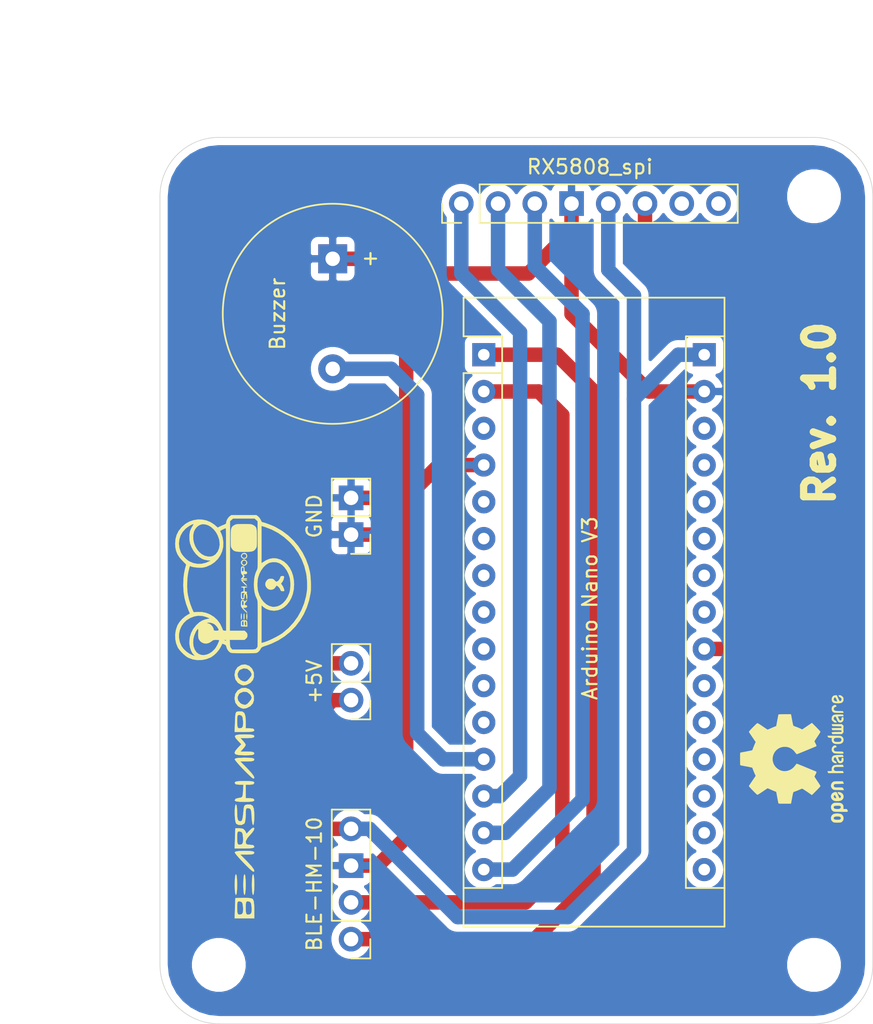
<source format=kicad_pcb>
(kicad_pcb (version 20171130) (host pcbnew "(5.1.4)-1")

  (general
    (thickness 1.6)
    (drawings 15)
    (tracks 77)
    (zones 0)
    (modules 12)
    (nets 32)
  )

  (page A4)
  (layers
    (0 F.Cu signal)
    (31 B.Cu signal hide)
    (32 B.Adhes user hide)
    (33 F.Adhes user hide)
    (34 B.Paste user hide)
    (35 F.Paste user hide)
    (36 B.SilkS user)
    (37 F.SilkS user)
    (38 B.Mask user)
    (39 F.Mask user)
    (40 Dwgs.User user)
    (41 Cmts.User user)
    (42 Eco1.User user)
    (43 Eco2.User user)
    (44 Edge.Cuts user)
    (45 Margin user)
    (46 B.CrtYd user)
    (47 F.CrtYd user)
    (48 B.Fab user)
    (49 F.Fab user hide)
  )

  (setup
    (last_trace_width 0.25)
    (user_trace_width 0.5)
    (user_trace_width 1)
    (user_trace_width 2)
    (trace_clearance 0.2)
    (zone_clearance 0.508)
    (zone_45_only no)
    (trace_min 0.2)
    (via_size 0.8)
    (via_drill 0.4)
    (via_min_size 0.4)
    (via_min_drill 0.3)
    (uvia_size 0.3)
    (uvia_drill 0.1)
    (uvias_allowed no)
    (uvia_min_size 0.2)
    (uvia_min_drill 0.1)
    (edge_width 0.05)
    (segment_width 0.2)
    (pcb_text_width 0.3)
    (pcb_text_size 1.5 1.5)
    (mod_edge_width 0.12)
    (mod_text_size 1 1)
    (mod_text_width 0.15)
    (pad_size 1.7 1.7)
    (pad_drill 1)
    (pad_to_mask_clearance 0.051)
    (solder_mask_min_width 0.25)
    (aux_axis_origin 0 0)
    (visible_elements 7FFFFFFF)
    (pcbplotparams
      (layerselection 0x010f0_ffffffff)
      (usegerberextensions false)
      (usegerberattributes false)
      (usegerberadvancedattributes false)
      (creategerberjobfile false)
      (excludeedgelayer true)
      (linewidth 0.100000)
      (plotframeref false)
      (viasonmask false)
      (mode 1)
      (useauxorigin false)
      (hpglpennumber 1)
      (hpglpenspeed 20)
      (hpglpendiameter 15.000000)
      (psnegative false)
      (psa4output false)
      (plotreference true)
      (plotvalue false)
      (plotinvisibletext false)
      (padsonsilk true)
      (subtractmaskfromsilk false)
      (outputformat 1)
      (mirror false)
      (drillshape 0)
      (scaleselection 1)
      (outputdirectory "Gerber/"))
  )

  (net 0 "")
  (net 1 "Net-(A1-Pad16)")
  (net 2 /CH3)
  (net 3 VCC)
  (net 4 /CH2)
  (net 5 GND)
  (net 6 /CH1)
  (net 7 "Net-(A1-Pad28)")
  (net 8 "Net-(A1-Pad12)")
  (net 9 "Net-(A1-Pad27)")
  (net 10 "Net-(A1-Pad11)")
  (net 11 "Net-(A1-Pad26)")
  (net 12 "Net-(A1-Pad10)")
  (net 13 "Net-(A1-Pad25)")
  (net 14 "Net-(A1-Pad9)")
  (net 15 "Net-(A1-Pad24)")
  (net 16 "Net-(A1-Pad8)")
  (net 17 "Net-(A1-Pad23)")
  (net 18 "Net-(A1-Pad7)")
  (net 19 /RSSI)
  (net 20 "Net-(A1-Pad6)")
  (net 21 "Net-(A1-Pad21)")
  (net 22 "Net-(A1-Pad5)")
  (net 23 "Net-(A1-Pad20)")
  (net 24 "Net-(A1-Pad19)")
  (net 25 "Net-(A1-Pad3)")
  (net 26 "Net-(A1-Pad18)")
  (net 27 "Net-(A1-Pad2)")
  (net 28 "Net-(A1-Pad17)")
  (net 29 "Net-(A1-Pad1)")
  (net 30 "Net-(J4-Pad8)")
  (net 31 "Net-(J4-Pad7)")

  (net_class Default "This is the default net class."
    (clearance 0.2)
    (trace_width 0.25)
    (via_dia 0.8)
    (via_drill 0.4)
    (uvia_dia 0.3)
    (uvia_drill 0.1)
    (add_net /CH1)
    (add_net /CH2)
    (add_net /CH3)
    (add_net /RSSI)
    (add_net GND)
    (add_net "Net-(A1-Pad1)")
    (add_net "Net-(A1-Pad10)")
    (add_net "Net-(A1-Pad11)")
    (add_net "Net-(A1-Pad12)")
    (add_net "Net-(A1-Pad16)")
    (add_net "Net-(A1-Pad17)")
    (add_net "Net-(A1-Pad18)")
    (add_net "Net-(A1-Pad19)")
    (add_net "Net-(A1-Pad2)")
    (add_net "Net-(A1-Pad20)")
    (add_net "Net-(A1-Pad21)")
    (add_net "Net-(A1-Pad23)")
    (add_net "Net-(A1-Pad24)")
    (add_net "Net-(A1-Pad25)")
    (add_net "Net-(A1-Pad26)")
    (add_net "Net-(A1-Pad27)")
    (add_net "Net-(A1-Pad28)")
    (add_net "Net-(A1-Pad3)")
    (add_net "Net-(A1-Pad5)")
    (add_net "Net-(A1-Pad6)")
    (add_net "Net-(A1-Pad7)")
    (add_net "Net-(A1-Pad8)")
    (add_net "Net-(A1-Pad9)")
    (add_net "Net-(J4-Pad7)")
    (add_net "Net-(J4-Pad8)")
    (add_net VCC)
  )

  (module BearShampoo-Assests:BearShampoo-txt_300x300DPI (layer F.Cu) (tedit 0) (tstamp 5F7EC60E)
    (at 103.124 127.762 90)
    (fp_text reference G*** (at 0 0 90) (layer F.SilkS) hide
      (effects (font (size 1.524 1.524) (thickness 0.3)))
    )
    (fp_text value LOGO (at 0.75 0 90) (layer F.SilkS) hide
      (effects (font (size 1.524 1.524) (thickness 0.3)))
    )
    (fp_poly (pts (xy -6.549858 -0.66797) (xy -6.301668 -0.642216) (xy -6.185565 -0.603579) (xy -6.180666 -0.592667)
      (xy -6.260258 -0.551435) (xy -6.479164 -0.522236) (xy -6.807579 -0.508577) (xy -6.900333 -0.508)
      (xy -7.250808 -0.517364) (xy -7.498999 -0.543118) (xy -7.615101 -0.581755) (xy -7.62 -0.592667)
      (xy -7.540408 -0.633899) (xy -7.321502 -0.663098) (xy -6.993087 -0.676757) (xy -6.900333 -0.677334)
      (xy -6.549858 -0.66797)) (layer F.SilkS) (width 0.01))
    (fp_poly (pts (xy -6.549858 -0.075303) (xy -6.301668 -0.04955) (xy -6.185565 -0.010913) (xy -6.180666 0)
      (xy -6.260258 0.041232) (xy -6.479164 0.070431) (xy -6.807579 0.08409) (xy -6.900333 0.084666)
      (xy -7.250808 0.075302) (xy -7.498999 0.049549) (xy -7.615101 0.010912) (xy -7.62 0)
      (xy -7.540408 -0.041233) (xy -7.321502 -0.070432) (xy -6.993087 -0.084091) (xy -6.900333 -0.084667)
      (xy -6.549858 -0.075303)) (layer F.SilkS) (width 0.01))
    (fp_poly (pts (xy 7.875239 -0.637547) (xy 8.113242 -0.481377) (xy 8.278085 -0.209672) (xy 8.301093 0.067292)
      (xy 8.206312 0.320747) (xy 8.017787 0.521927) (xy 7.759563 0.642065) (xy 7.455686 0.652394)
      (xy 7.227492 0.578308) (xy 7.032619 0.405514) (xy 6.895977 0.141722) (xy 6.878218 0.03933)
      (xy 7.11784 0.03933) (xy 7.172916 0.173307) (xy 7.308945 0.305146) (xy 7.495665 0.453641)
      (xy 7.624215 0.495702) (xy 7.760684 0.439924) (xy 7.855161 0.376199) (xy 8.007644 0.178536)
      (xy 8.034785 -0.072157) (xy 7.935251 -0.313603) (xy 7.871436 -0.383321) (xy 7.653541 -0.484087)
      (xy 7.423652 -0.444367) (xy 7.231631 -0.281305) (xy 7.157565 -0.137846) (xy 7.11784 0.03933)
      (xy 6.878218 0.03933) (xy 6.858 -0.077233) (xy 6.908259 -0.248699) (xy 7.02956 -0.449229)
      (xy 7.033479 -0.454249) (xy 7.268276 -0.628721) (xy 7.569316 -0.690334) (xy 7.875239 -0.637547)) (layer F.SilkS) (width 0.01))
    (fp_poly (pts (xy 6.266572 -0.637547) (xy 6.504575 -0.481377) (xy 6.669418 -0.209672) (xy 6.692427 0.067292)
      (xy 6.597646 0.320747) (xy 6.409121 0.521927) (xy 6.150897 0.642065) (xy 5.847019 0.652394)
      (xy 5.618826 0.578308) (xy 5.423952 0.405514) (xy 5.28731 0.141722) (xy 5.269551 0.03933)
      (xy 5.509173 0.03933) (xy 5.564249 0.173307) (xy 5.700278 0.305146) (xy 5.886999 0.453641)
      (xy 6.015548 0.495702) (xy 6.152017 0.439924) (xy 6.246495 0.376199) (xy 6.398977 0.178536)
      (xy 6.426119 -0.072157) (xy 6.326585 -0.313603) (xy 6.26277 -0.383321) (xy 6.044874 -0.484087)
      (xy 5.814985 -0.444367) (xy 5.622965 -0.281305) (xy 5.548898 -0.137846) (xy 5.509173 0.03933)
      (xy 5.269551 0.03933) (xy 5.249334 -0.077233) (xy 5.299592 -0.248699) (xy 5.420893 -0.449229)
      (xy 5.424812 -0.454249) (xy 5.659609 -0.628721) (xy 5.960649 -0.690334) (xy 6.266572 -0.637547)) (layer F.SilkS) (width 0.01))
    (fp_poly (pts (xy 4.339167 -0.659591) (xy 4.681563 -0.645508) (xy 4.890066 -0.624386) (xy 5.00002 -0.58344)
      (xy 5.046767 -0.509885) (xy 5.064951 -0.397047) (xy 5.055235 -0.158763) (xy 4.945316 -0.009629)
      (xy 4.713152 0.06614) (xy 4.3923 0.084666) (xy 3.894667 0.084666) (xy 3.894667 0.381)
      (xy 3.867127 0.600173) (xy 3.779233 0.676797) (xy 3.767667 0.677333) (xy 3.702645 0.645532)
      (xy 3.663557 0.530114) (xy 3.644803 0.301058) (xy 3.640667 -0.003425) (xy 3.640667 -0.352778)
      (xy 3.894667 -0.352778) (xy 3.921926 -0.194363) (xy 4.027313 -0.114291) (xy 4.246246 -0.094965)
      (xy 4.399515 -0.101931) (xy 4.642849 -0.130849) (xy 4.763944 -0.192222) (xy 4.809711 -0.310642)
      (xy 4.810722 -0.3175) (xy 4.812968 -0.42603) (xy 4.754353 -0.482959) (xy 4.596426 -0.504767)
      (xy 4.366222 -0.508) (xy 4.093052 -0.499917) (xy 3.950036 -0.46716) (xy 3.898416 -0.396972)
      (xy 3.894667 -0.352778) (xy 3.640667 -0.352778) (xy 3.640667 -0.684182) (xy 4.339167 -0.659591)) (layer F.SilkS) (width 0.01))
    (fp_poly (pts (xy 2.343806 -0.630313) (xy 2.556534 -0.449827) (xy 2.794 -0.22232) (xy 3.031466 -0.449827)
      (xy 3.224536 -0.616634) (xy 3.352127 -0.667301) (xy 3.427169 -0.588605) (xy 3.462594 -0.367322)
      (xy 3.471334 0) (xy 3.465352 0.347533) (xy 3.443648 0.556101) (xy 3.400585 0.65577)
      (xy 3.344334 0.677333) (xy 3.26878 0.63657) (xy 3.22927 0.492981) (xy 3.217356 0.214617)
      (xy 3.217334 0.196908) (xy 3.217334 -0.283518) (xy 3.021377 -0.099426) (xy 2.863129 0.029349)
      (xy 2.753204 0.084629) (xy 2.751667 0.084666) (xy 2.643821 0.031817) (xy 2.485949 -0.09569)
      (xy 2.481957 -0.099426) (xy 2.286 -0.283518) (xy 2.286 0.196908) (xy 2.275224 0.482715)
      (xy 2.237267 0.632179) (xy 2.163682 0.677247) (xy 2.159 0.677333) (xy 2.093838 0.64543)
      (xy 2.054731 0.529677) (xy 2.036043 0.300008) (xy 2.032 0) (xy 2.045889 -0.384997)
      (xy 2.095021 -0.61198) (xy 2.190595 -0.690551) (xy 2.343806 -0.630313)) (layer F.SilkS) (width 0.01))
    (fp_poly (pts (xy 1.81602 -0.614922) (xy 1.849771 -0.417414) (xy 1.862439 -0.069401) (xy 1.862667 0)
      (xy 1.856685 0.347533) (xy 1.834981 0.556101) (xy 1.791918 0.65577) (xy 1.735667 0.677333)
      (xy 1.66037 0.636823) (xy 1.620843 0.493993) (xy 1.608707 0.216893) (xy 1.608667 0.19315)
      (xy 1.608667 -0.291033) (xy 1.119378 0.19315) (xy 0.809892 0.479672) (xy 0.586971 0.642639)
      (xy 0.456718 0.678383) (xy 0.423334 0.611714) (xy 0.481664 0.518256) (xy 0.635321 0.34406)
      (xy 0.852301 0.120015) (xy 1.1006 -0.122987) (xy 1.348215 -0.354058) (xy 1.563143 -0.542306)
      (xy 1.713382 -0.656842) (xy 1.758825 -0.677334) (xy 1.81602 -0.614922)) (layer F.SilkS) (width 0.01))
    (fp_poly (pts (xy 0.192163 -0.645431) (xy 0.231269 -0.529678) (xy 0.249957 -0.300009) (xy 0.254 0)
      (xy 0.248018 0.347533) (xy 0.226315 0.556101) (xy 0.183252 0.65577) (xy 0.127 0.677333)
      (xy 0.033069 0.613073) (xy 0.00023 0.407988) (xy 0 0.381) (xy 0 0.084666)
      (xy -0.931333 0.084666) (xy -0.931333 0.381) (xy -0.958873 0.600173) (xy -1.046767 0.676797)
      (xy -1.058333 0.677333) (xy -1.123496 0.64543) (xy -1.162602 0.529677) (xy -1.18129 0.300008)
      (xy -1.185333 0) (xy -1.178802 -0.350864) (xy -1.155798 -0.561278) (xy -1.1112 -0.659747)
      (xy -1.063698 -0.677334) (xy -0.965248 -0.599347) (xy -0.915531 -0.402167) (xy -0.89077 -0.241531)
      (xy -0.826481 -0.156667) (xy -0.677447 -0.118704) (xy -0.4445 -0.101409) (xy 0 -0.075818)
      (xy 0 -0.376576) (xy 0.02671 -0.597495) (xy 0.112366 -0.676464) (xy 0.127 -0.677334)
      (xy 0.192163 -0.645431)) (layer F.SilkS) (width 0.01))
    (fp_poly (pts (xy -1.532273 -0.657688) (xy -1.381173 -0.621887) (xy -1.354666 -0.592667) (xy -1.432461 -0.548476)
      (xy -1.638705 -0.518202) (xy -1.907657 -0.508) (xy -2.231225 -0.497244) (xy -2.419454 -0.460222)
      (xy -2.505252 -0.389806) (xy -2.510783 -0.377349) (xy -2.530968 -0.256713) (xy -2.462556 -0.176842)
      (xy -2.279403 -0.124801) (xy -1.955365 -0.087656) (xy -1.919205 -0.084667) (xy -1.632005 -0.056439)
      (xy -1.472533 -0.016855) (xy -1.399462 0.055166) (xy -1.371467 0.180703) (xy -1.369715 0.195619)
      (xy -1.372674 0.417193) (xy -1.458694 0.561048) (xy -1.652216 0.641907) (xy -1.97768 0.674494)
      (xy -2.169367 0.677333) (xy -2.470118 0.667285) (xy -2.691549 0.640737) (xy -2.791952 0.603083)
      (xy -2.794 0.596535) (xy -2.71661 0.55267) (xy -2.513525 0.514786) (xy -2.228368 0.490963)
      (xy -2.2225 0.490701) (xy -1.916705 0.472096) (xy -1.741211 0.440549) (xy -1.656987 0.382006)
      (xy -1.625006 0.282413) (xy -1.623945 0.275166) (xy -1.621264 0.168748) (xy -1.67702 0.111706)
      (xy -1.828879 0.088771) (xy -2.093845 0.084666) (xy -2.380576 0.068244) (xy -2.603434 0.02579)
      (xy -2.6924 -0.016934) (xy -2.783193 -0.210355) (xy -2.769675 -0.43983) (xy -2.6924 -0.575734)
      (xy -2.568191 -0.624872) (xy -2.341544 -0.65825) (xy -2.060989 -0.675256) (xy -1.775055 -0.675273)
      (xy -1.532273 -0.657688)) (layer F.SilkS) (width 0.01))
    (fp_poly (pts (xy -3.005666 -0.635) (xy -3.005666 -0.341168) (xy -3.041254 -0.104315) (xy -3.166487 0.031702)
      (xy -3.195193 0.047155) (xy -3.38472 0.141644) (xy -3.174027 0.33958) (xy -3.031205 0.492382)
      (xy -2.964069 0.600884) (xy -2.963333 0.607425) (xy -3.015424 0.680078) (xy -3.153181 0.639391)
      (xy -3.348831 0.497744) (xy -3.471333 0.381) (xy -3.69213 0.195044) (xy -3.895778 0.093361)
      (xy -3.953609 0.084666) (xy -4.086187 0.110151) (xy -4.140313 0.219001) (xy -4.148666 0.381)
      (xy -4.176206 0.600173) (xy -4.2641 0.676797) (xy -4.275666 0.677333) (xy -4.340689 0.645532)
      (xy -4.379776 0.530114) (xy -4.39853 0.301058) (xy -4.402666 -0.003425) (xy -4.402666 -0.352778)
      (xy -4.148666 -0.352778) (xy -4.121408 -0.194363) (xy -4.01602 -0.114291) (xy -3.797087 -0.094965)
      (xy -3.643819 -0.101931) (xy -3.400485 -0.130849) (xy -3.279389 -0.192222) (xy -3.233622 -0.310642)
      (xy -3.232611 -0.3175) (xy -3.230366 -0.42603) (xy -3.28898 -0.482959) (xy -3.446908 -0.504767)
      (xy -3.677111 -0.508) (xy -3.950282 -0.499917) (xy -4.093297 -0.46716) (xy -4.144917 -0.396972)
      (xy -4.148666 -0.352778) (xy -4.402666 -0.352778) (xy -4.402666 -0.684182) (xy -3.005666 -0.635)) (layer F.SilkS) (width 0.01))
    (fp_poly (pts (xy -4.618646 -0.614922) (xy -4.584896 -0.417414) (xy -4.572228 -0.069401) (xy -4.572 0)
      (xy -4.577982 0.347533) (xy -4.599685 0.556101) (xy -4.642748 0.65577) (xy -4.699 0.677333)
      (xy -4.774297 0.636823) (xy -4.813823 0.493993) (xy -4.825959 0.216893) (xy -4.826 0.19315)
      (xy -4.826 -0.291033) (xy -5.315288 0.19315) (xy -5.624775 0.479672) (xy -5.847696 0.642639)
      (xy -5.977949 0.678383) (xy -6.011333 0.611714) (xy -5.953002 0.518256) (xy -5.799346 0.34406)
      (xy -5.582366 0.120015) (xy -5.334067 -0.122987) (xy -5.086452 -0.354058) (xy -4.871523 -0.542306)
      (xy -4.721285 -0.656842) (xy -4.675842 -0.677334) (xy -4.618646 -0.614922)) (layer F.SilkS) (width 0.01))
    (fp_poly (pts (xy -6.549858 0.517363) (xy -6.301668 0.543117) (xy -6.185565 0.581754) (xy -6.180666 0.592666)
      (xy -6.260258 0.633898) (xy -6.479164 0.663097) (xy -6.807579 0.676756) (xy -6.900333 0.677333)
      (xy -7.250808 0.667969) (xy -7.498999 0.642215) (xy -7.615101 0.603578) (xy -7.62 0.592666)
      (xy -7.540408 0.551434) (xy -7.321502 0.522235) (xy -6.993087 0.508576) (xy -6.900333 0.508)
      (xy -6.549858 0.517363)) (layer F.SilkS) (width 0.01))
    (fp_poly (pts (xy -7.831666 -0.635) (xy -7.813095 -0.090216) (xy -7.817067 0.210359) (xy -7.845926 0.450323)
      (xy -7.886962 0.565951) (xy -8.040881 0.635655) (xy -8.356737 0.671896) (xy -8.604033 0.677333)
      (xy -9.228666 0.677333) (xy -9.228666 0.239888) (xy -8.974666 0.239888) (xy -8.947408 0.398304)
      (xy -8.84202 0.478376) (xy -8.623087 0.497702) (xy -8.469819 0.490736) (xy -8.226485 0.461817)
      (xy -8.105389 0.400444) (xy -8.059622 0.282024) (xy -8.058611 0.275166) (xy -8.056366 0.166636)
      (xy -8.11498 0.109708) (xy -8.272908 0.0879) (xy -8.503111 0.084666) (xy -8.776282 0.09275)
      (xy -8.919297 0.125507) (xy -8.970917 0.195695) (xy -8.974666 0.239888) (xy -9.228666 0.239888)
      (xy -9.228666 -0.352778) (xy -8.974666 -0.352778) (xy -8.947408 -0.194363) (xy -8.84202 -0.114291)
      (xy -8.623087 -0.094965) (xy -8.469819 -0.101931) (xy -8.226485 -0.130849) (xy -8.105389 -0.192222)
      (xy -8.059622 -0.310642) (xy -8.058611 -0.3175) (xy -8.056366 -0.42603) (xy -8.11498 -0.482959)
      (xy -8.272908 -0.504767) (xy -8.503111 -0.508) (xy -8.776282 -0.499917) (xy -8.919297 -0.46716)
      (xy -8.970917 -0.396972) (xy -8.974666 -0.352778) (xy -9.228666 -0.352778) (xy -9.228666 -0.684182)
      (xy -7.831666 -0.635)) (layer F.SilkS) (width 0.01))
  )

  (module BearShampoo-Assests:BearShampoo-Logo_800x800DPI (layer F.Cu) (tedit 0) (tstamp 5F7EC0AA)
    (at 102.997 114.173 90)
    (fp_text reference G*** (at 0 0 90) (layer F.SilkS) hide
      (effects (font (size 1.524 1.524) (thickness 0.3)))
    )
    (fp_text value LOGO (at 0.75 0) (layer F.SilkS) hide
      (effects (font (size 1.524 1.524) (thickness 0.3)))
    )
    (fp_poly (pts (xy -1.877867 -0.122414) (xy -1.796614 -0.110444) (xy -1.762125 -0.09525) (xy -1.779966 -0.077581)
      (xy -1.855517 -0.06673) (xy -1.966627 -0.0635) (xy -2.081351 -0.067664) (xy -2.160707 -0.078836)
      (xy -2.190746 -0.095042) (xy -2.19075 -0.09525) (xy -2.161618 -0.111879) (xy -2.084562 -0.123251)
      (xy -1.986249 -0.127) (xy -1.877867 -0.122414)) (layer F.SilkS) (width 0.01))
    (fp_poly (pts (xy -1.877867 0.068086) (xy -1.796614 0.080056) (xy -1.762125 0.09525) (xy -1.779966 0.112919)
      (xy -1.855517 0.12377) (xy -1.966627 0.127) (xy -2.081351 0.122836) (xy -2.160707 0.111664)
      (xy -2.190746 0.095458) (xy -2.19075 0.09525) (xy -2.161618 0.078621) (xy -2.084562 0.067249)
      (xy -1.986249 0.0635) (xy -1.877867 0.068086)) (layer F.SilkS) (width 0.01))
    (fp_poly (pts (xy 2.281917 -0.096942) (xy 2.368058 -0.03367) (xy 2.413651 0.056102) (xy 2.416751 0.153744)
      (xy 2.375414 0.240622) (xy 2.321628 0.283674) (xy 2.207435 0.315703) (xy 2.104115 0.286103)
      (xy 2.061877 0.252127) (xy 2.010329 0.160905) (xy 2.011502 0.067081) (xy 2.067394 0.067081)
      (xy 2.069222 0.151277) (xy 2.112439 0.219727) (xy 2.190353 0.253178) (xy 2.206625 0.254)
      (xy 2.279485 0.236805) (xy 2.3114 0.2159) (xy 2.345674 0.145544) (xy 2.344845 0.059802)
      (xy 2.31172 -0.011629) (xy 2.288087 -0.030633) (xy 2.209277 -0.060594) (xy 2.149543 -0.044432)
      (xy 2.113642 -0.013608) (xy 2.067394 0.067081) (xy 2.011502 0.067081) (xy 2.01162 0.057662)
      (xy 2.063396 -0.038229) (xy 2.101415 -0.072988) (xy 2.170059 -0.114216) (xy 2.230828 -0.115075)
      (xy 2.281917 -0.096942)) (layer F.SilkS) (width 0.01))
    (fp_poly (pts (xy 1.824867 -0.100325) (xy 1.901583 -0.034784) (xy 1.955505 0.047892) (xy 1.9685 0.104147)
      (xy 1.940564 0.190572) (xy 1.870772 0.266356) (xy 1.780146 0.311994) (xy 1.73857 0.3175)
      (xy 1.6483 0.288055) (xy 1.589804 0.233843) (xy 1.543729 0.157814) (xy 1.527536 0.102659)
      (xy 1.597516 0.102659) (xy 1.627394 0.181002) (xy 1.637184 0.192775) (xy 1.718981 0.246981)
      (xy 1.804223 0.240206) (xy 1.855107 0.204107) (xy 1.900755 0.123096) (xy 1.886071 0.041747)
      (xy 1.827754 -0.0174) (xy 1.743293 -0.044574) (xy 1.668246 -0.024224) (xy 1.615393 0.029552)
      (xy 1.597516 0.102659) (xy 1.527536 0.102659) (xy 1.52401 0.09065) (xy 1.524 0.089525)
      (xy 1.549873 0.01692) (xy 1.612785 -0.057413) (xy 1.690673 -0.111977) (xy 1.74625 -0.127)
      (xy 1.824867 -0.100325)) (layer F.SilkS) (width 0.01))
    (fp_poly (pts (xy 0.692299 -0.053566) (xy 0.768144 0.010406) (xy 0.823872 0.025969) (xy 0.872267 -0.001826)
      (xy 1.143 -0.001826) (xy 1.151645 0.038646) (xy 1.18841 0.057959) (xy 1.269541 0.063422)
      (xy 1.288203 0.0635) (xy 1.377621 0.059581) (xy 1.417959 0.043933) (xy 1.423363 0.010719)
      (xy 1.422866 0.007937) (xy 1.394387 -0.031975) (xy 1.320213 -0.053135) (xy 1.277663 -0.057389)
      (xy 1.192485 -0.059681) (xy 1.153233 -0.045432) (xy 1.143066 -0.007691) (xy 1.143 -0.001826)
      (xy 0.872267 -0.001826) (xy 0.879075 -0.005736) (xy 0.914174 -0.040626) (xy 0.964364 -0.081668)
      (xy 1.031172 -0.105801) (xy 1.133499 -0.118399) (xy 1.199999 -0.121895) (xy 1.345036 -0.120062)
      (xy 1.436346 -0.097499) (xy 1.481522 -0.049974) (xy 1.488158 0.026745) (xy 1.486749 0.037939)
      (xy 1.472734 0.081804) (xy 1.435543 0.105683) (xy 1.358434 0.117484) (xy 1.311642 0.120653)
      (xy 1.214527 0.129114) (xy 1.163907 0.146051) (xy 1.142779 0.180667) (xy 1.137017 0.215183)
      (xy 1.116002 0.279498) (xy 1.061925 0.299809) (xy 1.04775 0.300171) (xy 0.997194 0.292575)
      (xy 0.970107 0.258512) (xy 0.95492 0.181041) (xy 0.9525 0.160673) (xy 0.940571 0.077745)
      (xy 0.926072 0.048503) (xy 0.902355 0.063264) (xy 0.893049 0.074093) (xy 0.834688 0.12111)
      (xy 0.773504 0.111314) (xy 0.724812 0.074454) (xy 0.689732 0.046992) (xy 0.672686 0.055416)
      (xy 0.667194 0.110354) (xy 0.66675 0.169704) (xy 0.660641 0.256602) (xy 0.645132 0.309737)
      (xy 0.635 0.3175) (xy 0.618822 0.288063) (xy 0.607607 0.208858) (xy 0.603254 0.093545)
      (xy 0.60325 0.089309) (xy 0.60325 -0.138881) (xy 0.692299 -0.053566)) (layer F.SilkS) (width 0.01))
    (fp_poly (pts (xy 0.549441 -0.106726) (xy 0.563148 -0.064017) (xy 0.570204 0.016453) (xy 0.571064 0.114754)
      (xy 0.566184 0.210955) (xy 0.556019 0.285124) (xy 0.541024 0.317331) (xy 0.53975 0.3175)
      (xy 0.521962 0.288876) (xy 0.51044 0.215397) (xy 0.508 0.151897) (xy 0.508 -0.013706)
      (xy 0.337168 0.155003) (xy 0.253889 0.231546) (xy 0.187842 0.281673) (xy 0.151054 0.296516)
      (xy 0.148197 0.294361) (xy 0.160411 0.260841) (xy 0.207791 0.19897) (xy 0.278124 0.120956)
      (xy 0.359194 0.039008) (xy 0.43879 -0.034664) (xy 0.504696 -0.087852) (xy 0.544699 -0.108347)
      (xy 0.549441 -0.106726)) (layer F.SilkS) (width 0.01))
    (fp_poly (pts (xy -0.494094 -0.120914) (xy -0.377153 -0.113845) (xy -0.30926 -0.103113) (xy -0.276006 -0.082706)
      (xy -0.262984 -0.046611) (xy -0.259829 -0.023156) (xy -0.247716 0.030701) (xy -0.215631 0.055938)
      (xy -0.145012 0.063219) (xy -0.109017 0.0635) (xy -0.021605 0.060014) (xy 0.019493 0.043293)
      (xy 0.031345 0.003939) (xy 0.03175 -0.014002) (xy 0.043456 -0.081229) (xy 0.0635 -0.111125)
      (xy 0.081169 -0.093285) (xy 0.09202 -0.017734) (xy 0.09525 0.093376) (xy 0.091086 0.2081)
      (xy 0.079914 0.287456) (xy 0.063708 0.317495) (xy 0.0635 0.3175) (xy 0.041207 0.28991)
      (xy 0.031752 0.223435) (xy 0.03175 0.22225) (xy 0.027608 0.163679) (xy 0.003694 0.135938)
      (xy -0.057224 0.127538) (xy -0.111125 0.127) (xy -0.199519 0.130523) (xy -0.241395 0.146916)
      (xy -0.253604 0.184917) (xy -0.254 0.201083) (xy -0.266244 0.27944) (xy -0.300821 0.302106)
      (xy -0.335565 0.283932) (xy -0.379444 0.26854) (xy -0.395923 0.284208) (xy -0.434801 0.30184)
      (xy -0.511927 0.312773) (xy -0.606839 0.316847) (xy -0.699075 0.3139) (xy -0.768174 0.303772)
      (xy -0.79375 0.287334) (xy -0.764958 0.269622) (xy -0.690397 0.254784) (xy -0.611188 0.247646)
      (xy -0.501376 0.237315) (xy -0.444123 0.21865) (xy -0.428625 0.1905) (xy -0.449165 0.158956)
      (xy -0.516942 0.137872) (xy -0.60325 0.127) (xy -0.70519 0.114434) (xy -0.759798 0.09537)
      (xy -0.783229 0.062031) (xy -0.78825 0.037939) (xy -0.787424 0.007937) (xy -0.724332 0.007937)
      (xy -0.72126 0.041025) (xy -0.686478 0.057784) (xy -0.60616 0.063286) (xy -0.572832 0.0635)
      (xy -0.461923 0.070831) (xy -0.403854 0.094431) (xy -0.392482 0.111125) (xy -0.368764 0.154744)
      (xy -0.354475 0.136507) (xy -0.349283 0.055917) (xy -0.34925 0.04604) (xy -0.34925 -0.066669)
      (xy -0.531504 -0.057147) (xy -0.640227 -0.047233) (xy -0.699483 -0.028786) (xy -0.72319 0.002889)
      (xy -0.724332 0.007937) (xy -0.787424 0.007937) (xy -0.786036 -0.04244) (xy -0.746917 -0.093188)
      (xy -0.663246 -0.118432) (xy -0.52738 -0.122301) (xy -0.494094 -0.120914)) (layer F.SilkS) (width 0.01))
    (fp_poly (pts (xy -0.974556 -0.118418) (xy -0.877917 -0.088115) (xy -0.834345 -0.030549) (xy -0.837299 0.042684)
      (xy -0.870988 0.107079) (xy -0.911015 0.127) (xy -0.939044 0.134838) (xy -0.924812 0.16586)
      (xy -0.889118 0.206249) (xy -0.838574 0.271617) (xy -0.834428 0.303182) (xy -0.868044 0.29882)
      (xy -0.930785 0.256405) (xy -0.965494 0.225042) (xy -1.059682 0.152825) (xy -1.134035 0.134561)
      (xy -1.183379 0.170142) (xy -1.200622 0.229945) (xy -1.218799 0.292637) (xy -1.262816 0.307899)
      (xy -1.279997 0.306055) (xy -1.327314 0.285716) (xy -1.353605 0.231607) (xy -1.36525 0.161952)
      (xy -1.381125 0.028267) (xy -1.522674 0.172883) (xy -1.619863 0.266493) (xy -1.681578 0.311657)
      (xy -1.710956 0.310335) (xy -1.7145 0.29277) (xy -1.693106 0.260978) (xy -1.635986 0.197297)
      (xy -1.553731 0.113272) (xy -1.516063 0.076454) (xy -1.443677 0.007937) (xy -1.200456 0.007937)
      (xy -1.197517 0.040917) (xy -1.163036 0.057685) (xy -1.083223 0.06326) (xy -1.04775 0.0635)
      (xy -0.951367 0.06034) (xy -0.904522 0.047518) (xy -0.893424 0.020014) (xy -0.895045 0.007937)
      (xy -0.917654 -0.02833) (xy -0.977154 -0.044847) (xy -1.04775 -0.047625) (xy -1.141618 -0.041512)
      (xy -1.188074 -0.019476) (xy -1.200456 0.007937) (xy -1.443677 0.007937) (xy -1.418287 -0.016095)
      (xy -1.347828 -0.073183) (xy -1.286824 -0.103975) (xy -1.217414 -0.117633) (xy -1.127125 -0.123097)
      (xy -0.974556 -0.118418)) (layer F.SilkS) (width 0.01))
    (fp_poly (pts (xy -1.854492 0.258195) (xy -1.775713 0.269439) (xy -1.746251 0.285719) (xy -1.74625 0.28575)
      (xy -1.775617 0.302036) (xy -1.854324 0.313291) (xy -1.968285 0.317499) (xy -1.9685 0.3175)
      (xy -2.082509 0.313304) (xy -2.161288 0.30206) (xy -2.19075 0.28578) (xy -2.19075 0.28575)
      (xy -2.161384 0.269463) (xy -2.082677 0.258208) (xy -1.968716 0.254) (xy -1.9685 0.254)
      (xy -1.854492 0.258195)) (layer F.SilkS) (width 0.01))
    (fp_poly (pts (xy -2.367923 -0.12032) (xy -2.284876 -0.093) (xy -2.242135 -0.031067) (xy -2.22958 0.07321)
      (xy -2.229601 0.086897) (xy -2.236681 0.185137) (xy -2.253001 0.25921) (xy -2.262376 0.277812)
      (xy -2.313224 0.301524) (xy -2.411246 0.315249) (xy -2.481839 0.3175) (xy -2.669902 0.3175)
      (xy -2.664768 0.200286) (xy -2.597812 0.200286) (xy -2.59649 0.234373) (xy -2.565492 0.249313)
      (xy -2.490426 0.249919) (xy -2.455372 0.247911) (xy -2.354908 0.23494) (xy -2.308111 0.210333)
      (xy -2.301875 0.1905) (xy -2.328519 0.156387) (xy -2.393472 0.139935) (xy -2.47427 0.1404)
      (xy -2.548449 0.15704) (xy -2.593544 0.189111) (xy -2.597812 0.200286) (xy -2.664768 0.200286)
      (xy -2.660514 0.103187) (xy -2.656342 0.007937) (xy -2.597456 0.007937) (xy -2.594517 0.040917)
      (xy -2.560036 0.057685) (xy -2.480223 0.06326) (xy -2.44475 0.0635) (xy -2.348367 0.06034)
      (xy -2.301522 0.047518) (xy -2.290424 0.020014) (xy -2.292045 0.007937) (xy -2.314654 -0.02833)
      (xy -2.374154 -0.044847) (xy -2.44475 -0.047625) (xy -2.538618 -0.041512) (xy -2.585074 -0.019476)
      (xy -2.597456 0.007937) (xy -2.656342 0.007937) (xy -2.651125 -0.111125) (xy -2.501394 -0.120758)
      (xy -2.367923 -0.12032)) (layer F.SilkS) (width 0.01))
    (fp_poly (pts (xy 3.685002 -0.824046) (xy 3.873301 -0.818006) (xy 4.015913 -0.804863) (xy 4.12173 -0.782103)
      (xy 4.19964 -0.747208) (xy 4.258535 -0.697663) (xy 4.307303 -0.630952) (xy 4.341021 -0.5711)
      (xy 4.368268 -0.514971) (xy 4.387677 -0.458229) (xy 4.400562 -0.389046) (xy 4.408235 -0.295592)
      (xy 4.412009 -0.166039) (xy 4.4132 0.011443) (xy 4.41325 0.079374) (xy 4.412603 0.274457)
      (xy 4.409786 0.417874) (xy 4.403487 0.521454) (xy 4.392391 0.597027) (xy 4.375185 0.656421)
      (xy 4.350555 0.711465) (xy 4.341021 0.729849) (xy 4.29404 0.810428) (xy 4.243312 0.872036)
      (xy 4.179947 0.917188) (xy 4.095056 0.948401) (xy 3.979748 0.96819) (xy 3.825133 0.979071)
      (xy 3.62232 0.983562) (xy 3.442128 0.98425) (xy 3.230295 0.983877) (xy 3.072011 0.982095)
      (xy 2.957324 0.977904) (xy 2.876283 0.970307) (xy 2.818939 0.958305) (xy 2.77534 0.9409)
      (xy 2.735536 0.917094) (xy 2.728974 0.912704) (xy 2.649102 0.853314) (xy 2.589346 0.79093)
      (xy 2.546849 0.715498) (xy 2.518759 0.616963) (xy 2.502219 0.485269) (xy 2.494376 0.310364)
      (xy 2.492375 0.082192) (xy 2.492375 0.079375) (xy 2.494328 -0.149434) (xy 2.502092 -0.324866)
      (xy 2.518522 -0.456975) (xy 2.546471 -0.555818) (xy 2.588795 -0.631448) (xy 2.648348 -0.69392)
      (xy 2.727985 -0.753288) (xy 2.728974 -0.753955) (xy 2.769086 -0.778859) (xy 2.811429 -0.797204)
      (xy 2.865954 -0.809989) (xy 2.94261 -0.818212) (xy 3.051349 -0.822872) (xy 3.202121 -0.824967)
      (xy 3.404878 -0.825495) (xy 3.442128 -0.8255) (xy 3.685002 -0.824046)) (layer F.SilkS) (width 0.01))
    (fp_poly (pts (xy 0.372433 1.579773) (xy 0.50718 1.657712) (xy 0.539853 1.687737) (xy 0.599751 1.758674)
      (xy 0.627805 1.832187) (xy 0.634991 1.937761) (xy 0.635 1.94338) (xy 0.62938 2.047431)
      (xy 0.604014 2.118629) (xy 0.546135 2.187237) (xy 0.522585 2.209897) (xy 0.456378 2.275301)
      (xy 0.430026 2.319463) (xy 0.436833 2.364326) (xy 0.46052 2.413281) (xy 0.538545 2.505486)
      (xy 0.670676 2.580435) (xy 0.769937 2.61606) (xy 0.811861 2.654361) (xy 0.825479 2.740644)
      (xy 0.8255 2.745378) (xy 0.820347 2.820454) (xy 0.793866 2.851423) (xy 0.729516 2.857499)
      (xy 0.728985 2.8575) (xy 0.624278 2.838672) (xy 0.504395 2.791136) (xy 0.398714 2.728316)
      (xy 0.350767 2.684703) (xy 0.31866 2.656722) (xy 0.280913 2.661761) (xy 0.217886 2.703761)
      (xy 0.204248 2.714094) (xy 0.087785 2.790627) (xy -0.037723 2.842632) (xy -0.134938 2.86933)
      (xy -0.191022 2.878594) (xy -0.215834 2.859524) (xy -0.222091 2.796971) (xy -0.22225 2.765317)
      (xy -0.216589 2.681819) (xy -0.188512 2.637154) (xy -0.121383 2.606919) (xy -0.112165 2.603842)
      (xy -0.031998 2.562239) (xy 0.051506 2.496591) (xy 0.120421 2.423833) (xy 0.156822 2.360903)
      (xy 0.15875 2.347879) (xy 0.13337 2.31539) (xy 0.071519 2.27436) (xy 0.064037 2.270402)
      (xy -0.04521 2.181797) (xy -0.108885 2.062026) (xy -0.124401 1.926663) (xy -0.08917 1.791282)
      (xy -0.03042 1.70196) (xy 0.093393 1.602152) (xy 0.231091 1.561338) (xy 0.372433 1.579773)) (layer F.SilkS) (width 0.01))
    (fp_poly (pts (xy 3.383023 -4.640606) (xy 3.672284 -4.560814) (xy 3.93768 -4.424517) (xy 4.186497 -4.228735)
      (xy 4.225961 -4.191) (xy 4.430466 -3.948868) (xy 4.582269 -3.680166) (xy 4.681085 -3.392927)
      (xy 4.726626 -3.095185) (xy 4.718608 -2.794975) (xy 4.656742 -2.50033) (xy 4.540743 -2.219285)
      (xy 4.370325 -1.959872) (xy 4.308111 -1.88699) (xy 4.166279 -1.730375) (xy 4.237517 -1.5875)
      (xy 4.294995 -1.463849) (xy 4.351342 -1.329948) (xy 4.365316 -1.293813) (xy 4.405211 -1.201748)
      (xy 4.443808 -1.156339) (xy 4.494938 -1.142571) (xy 4.504875 -1.142303) (xy 4.635649 -1.116158)
      (xy 4.774282 -1.048621) (xy 4.896462 -0.953046) (xy 4.94081 -0.902865) (xy 5.032375 -0.782818)
      (xy 5.032375 0.941567) (xy 4.939604 1.063196) (xy 4.826269 1.172477) (xy 4.693542 1.249588)
      (xy 4.607086 1.293046) (xy 4.551496 1.3343) (xy 4.54025 1.353869) (xy 4.528186 1.420035)
      (xy 4.495367 1.530627) (xy 4.446853 1.672055) (xy 4.387703 1.830729) (xy 4.322976 1.993058)
      (xy 4.257732 2.145453) (xy 4.19914 2.270125) (xy 3.936287 2.725504) (xy 3.624805 3.143226)
      (xy 3.269149 3.519897) (xy 2.873771 3.852123) (xy 2.443125 4.136509) (xy 1.981665 4.369661)
      (xy 1.493843 4.548187) (xy 1.073661 4.652143) (xy 0.911021 4.676349) (xy 0.705938 4.695588)
      (xy 0.476325 4.709262) (xy 0.240092 4.716775) (xy 0.015151 4.717528) (xy -0.180586 4.710922)
      (xy -0.314825 4.698496) (xy -0.842496 4.593899) (xy -1.344405 4.433192) (xy -1.817166 4.219185)
      (xy -2.257396 3.954691) (xy -2.661711 3.642519) (xy -3.026727 3.285481) (xy -3.349059 2.886388)
      (xy -3.625323 2.44805) (xy -3.852136 1.973279) (xy -3.964868 1.666657) (xy -4.016051 1.512833)
      (xy -4.054928 1.407285) (xy -4.08871 1.337861) (xy -4.117233 1.30175) (xy -3.803828 1.30175)
      (xy -3.741556 1.516062) (xy -3.685005 1.678115) (xy -3.601488 1.876056) (xy -3.499472 2.09308)
      (xy -3.387423 2.312381) (xy -3.273808 2.517151) (xy -3.167093 2.690586) (xy -3.105763 2.778125)
      (xy -2.770287 3.170958) (xy -2.393922 3.517316) (xy -1.981381 3.814499) (xy -1.537377 4.059808)
      (xy -1.066623 4.250542) (xy -0.573831 4.384004) (xy -0.196348 4.444467) (xy 0.016328 4.458596)
      (xy 0.266968 4.459277) (xy 0.531707 4.447539) (xy 0.786684 4.424413) (xy 0.997778 4.392901)
      (xy 1.495629 4.266827) (xy 1.97006 4.08284) (xy 2.416673 3.843253) (xy 2.831068 3.550378)
      (xy 3.16007 3.255915) (xy 3.509654 2.86538) (xy 3.802382 2.446573) (xy 4.038276 1.999459)
      (xy 4.217357 1.524002) (xy 4.234037 1.468437) (xy 4.282827 1.30175) (xy 1.706754 1.30175)
      (xy 1.75833 1.373187) (xy 1.916053 1.627451) (xy 2.013565 1.87212) (xy 2.052367 2.112574)
      (xy 2.033956 2.354191) (xy 2.033063 2.358827) (xy 1.95082 2.620741) (xy 1.814145 2.857632)
      (xy 1.628366 3.065948) (xy 1.398812 3.242133) (xy 1.130811 3.382634) (xy 0.829693 3.483897)
      (xy 0.500785 3.542367) (xy 0.238125 3.556) (xy -0.09807 3.533126) (xy -0.409618 3.467383)
      (xy -0.692615 3.363088) (xy -0.943156 3.22456) (xy -1.157336 3.056115) (xy -1.331253 2.862073)
      (xy -1.461001 2.646749) (xy -1.542675 2.414463) (xy -1.572372 2.169532) (xy -1.571284 2.159)
      (xy -1.312334 2.159) (xy -1.281592 2.379725) (xy -1.193102 2.590337) (xy -1.052469 2.785049)
      (xy -0.865299 2.958075) (xy -0.637195 3.103626) (xy -0.373763 3.215916) (xy -0.254 3.25175)
      (xy -0.089475 3.281014) (xy 0.112787 3.296173) (xy 0.328598 3.297178) (xy 0.53377 3.283981)
      (xy 0.704115 3.256534) (xy 0.715641 3.253688) (xy 0.978669 3.164196) (xy 1.220858 3.0387)
      (xy 1.431667 2.884927) (xy 1.600556 2.710603) (xy 1.716983 2.523456) (xy 1.719506 2.517836)
      (xy 1.775122 2.324717) (xy 1.787241 2.111346) (xy 1.755863 1.903733) (xy 1.719506 1.800163)
      (xy 1.604781 1.612755) (xy 1.437285 1.437944) (xy 1.227558 1.283456) (xy 0.986142 1.157018)
      (xy 0.723577 1.066357) (xy 0.715641 1.064311) (xy 0.534855 1.033237) (xy 0.318804 1.018898)
      (xy 0.09348 1.021295) (xy -0.115127 1.040427) (xy -0.239392 1.064311) (xy -0.518907 1.159179)
      (xy -0.765018 1.28974) (xy -0.972248 1.450406) (xy -1.135117 1.635588) (xy -1.24815 1.839696)
      (xy -1.305867 2.057142) (xy -1.312334 2.159) (xy -1.571284 2.159) (xy -1.546187 1.916274)
      (xy -1.465869 1.671615) (xy -1.405083 1.5602) (xy -1.326568 1.447554) (xy -1.303044 1.419199)
      (xy -1.199922 1.30175) (xy -3.803828 1.30175) (xy -4.117233 1.30175) (xy -4.124609 1.292413)
      (xy -4.169834 1.258788) (xy -4.225013 1.228308) (xy -4.326035 1.160763) (xy -4.413505 1.078773)
      (xy -4.437063 1.048627) (xy -4.458328 1.015244) (xy -4.47489 0.980146) (xy -4.487336 0.935399)
      (xy -4.496251 0.873067) (xy -4.502222 0.785216) (xy -4.505833 0.66391) (xy -4.507671 0.501215)
      (xy -4.508322 0.289196) (xy -4.508382 0.082617) (xy -4.508038 -0.176114) (xy -4.506756 -0.379219)
      (xy -4.504042 -0.53457) (xy -4.499402 -0.650039) (xy -4.493552 -0.719182) (xy -4.254501 -0.719182)
      (xy -4.2545 0.079375) (xy -4.254352 0.324921) (xy -4.253468 0.514884) (xy -4.251196 0.65718)
      (xy -4.24688 0.759725) (xy -4.239864 0.830436) (xy -4.229495 0.877229) (xy -4.215117 0.908021)
      (xy -4.196075 0.930727) (xy -4.183063 0.942924) (xy -4.115759 0.995907) (xy -4.064 1.025327)
      (xy -4.023635 1.028819) (xy -3.926072 1.032179) (xy -3.777615 1.035326) (xy -3.584565 1.038185)
      (xy -3.353226 1.040677) (xy -3.0899 1.042724) (xy -2.800891 1.044248) (xy -2.4925 1.045171)
      (xy -2.451423 1.045243) (xy -2.094547 1.045703) (xy -1.795546 1.045713) (xy -1.548797 1.04508)
      (xy -1.348674 1.04361) (xy -1.189554 1.04111) (xy -1.065812 1.037388) (xy -0.971824 1.032251)
      (xy -0.901967 1.025504) (xy -0.850616 1.016956) (xy -0.812146 1.006412) (xy -0.780934 0.993681)
      (xy -0.768289 0.987458) (xy -0.542154 0.889278) (xy -0.306414 0.82399) (xy -0.044075 0.788054)
      (xy 0.238125 0.777875) (xy 0.539573 0.789643) (xy 0.798745 0.827339) (xy 1.032801 0.894543)
      (xy 1.246186 0.988299) (xy 1.275482 1.001977) (xy 1.30879 1.013401) (xy 1.351628 1.022737)
      (xy 1.409517 1.030151) (xy 1.487976 1.035808) (xy 1.592524 1.039875) (xy 1.728682 1.042517)
      (xy 1.901969 1.0439) (xy 2.117903 1.044191) (xy 2.382006 1.043555) (xy 2.699795 1.042158)
      (xy 2.987505 1.040653) (xy 4.608994 1.031875) (xy 4.701622 0.928186) (xy 4.794249 0.824498)
      (xy 4.79425 0.079374) (xy 4.79425 -0.665749) (xy 4.608966 -0.873125) (xy -2.95275 -0.889765)
      (xy -2.95275 0.125998) (xy -3.042172 0.226078) (xy -3.114861 0.293235) (xy -3.191755 0.321572)
      (xy -3.270251 0.326159) (xy -3.371473 0.317003) (xy -3.443994 0.279778) (xy -3.498329 0.226078)
      (xy -3.58775 0.125998) (xy -3.58775 -0.895724) (xy -3.839326 -0.8843) (xy -3.973797 -0.875369)
      (xy -4.062837 -0.860214) (xy -4.124497 -0.834054) (xy -4.172701 -0.796028) (xy -4.254501 -0.719182)
      (xy -4.493552 -0.719182) (xy -4.49234 -0.733499) (xy -4.482364 -0.792822) (xy -4.468977 -0.83588)
      (xy -4.451687 -0.870547) (xy -4.448153 -0.876452) (xy -4.345227 -0.991926) (xy -4.202155 -1.081368)
      (xy -4.059764 -1.127299) (xy -3.980786 -1.151075) (xy -3.958353 -1.172548) (xy -3.649044 -1.172548)
      (xy -3.630133 -1.143983) (xy -3.6195 -1.143) (xy -3.594908 -1.169891) (xy -3.588237 -1.214438)
      (xy -3.592065 -1.249871) (xy -2.95275 -1.249871) (xy -2.95275 -1.143) (xy 0.587375 -1.143)
      (xy 1.055748 -1.143175) (xy 1.505985 -1.143682) (xy 1.934059 -1.144501) (xy 2.335946 -1.145607)
      (xy 2.70762 -1.146979) (xy 3.045054 -1.148595) (xy 3.344225 -1.150431) (xy 3.601105 -1.152464)
      (xy 3.81167 -1.154674) (xy 3.971894 -1.157036) (xy 4.077752 -1.159528) (xy 4.125217 -1.162128)
      (xy 4.1275 -1.162843) (xy 4.114434 -1.210402) (xy 4.081313 -1.289464) (xy 4.037249 -1.381772)
      (xy 3.991353 -1.469068) (xy 3.95274 -1.533094) (xy 3.931399 -1.55575) (xy 3.887569 -1.542346)
      (xy 3.811398 -1.508657) (xy 3.777984 -1.492115) (xy 3.676913 -1.449545) (xy 3.547061 -1.406499)
      (xy 3.453812 -1.381459) (xy 3.133368 -1.336516) (xy 2.821455 -1.351439) (xy 2.52421 -1.422643)
      (xy 2.247767 -1.54654) (xy 1.998262 -1.719542) (xy 1.78183 -1.938062) (xy 1.604606 -2.198512)
      (xy 1.472725 -2.497306) (xy 1.455858 -2.549683) (xy 1.422319 -2.675589) (xy 1.404459 -2.794058)
      (xy 1.399829 -2.929951) (xy 1.40427 -3.073558) (xy 1.408081 -3.123198) (xy 1.658702 -3.123198)
      (xy 1.666017 -2.833457) (xy 1.735998 -2.544714) (xy 1.802719 -2.384799) (xy 1.888646 -2.206625)
      (xy 1.903635 -2.378587) (xy 2.164954 -2.378587) (xy 2.168928 -2.186494) (xy 2.215798 -2.02874)
      (xy 2.311334 -1.888149) (xy 2.340139 -1.857111) (xy 2.514474 -1.721905) (xy 2.724796 -1.633153)
      (xy 2.96174 -1.592868) (xy 3.21594 -1.60306) (xy 3.375237 -1.634861) (xy 3.627098 -1.723717)
      (xy 3.853198 -1.848691) (xy 4.047947 -2.002803) (xy 4.205751 -2.17907) (xy 4.321019 -2.370513)
      (xy 4.388158 -2.570151) (xy 4.401575 -2.771003) (xy 4.381155 -2.890529) (xy 4.311519 -3.041685)
      (xy 4.194408 -3.183172) (xy 4.045605 -3.299775) (xy 3.880893 -3.376279) (xy 3.875674 -3.377854)
      (xy 3.624867 -3.424326) (xy 3.37019 -3.420928) (xy 3.119831 -3.372442) (xy 2.881982 -3.283654)
      (xy 2.664833 -3.159347) (xy 2.476575 -3.004306) (xy 2.325399 -2.823316) (xy 2.219493 -2.621159)
      (xy 2.16705 -2.40262) (xy 2.164954 -2.378587) (xy 1.903635 -2.378587) (xy 1.906971 -2.416848)
      (xy 1.957918 -2.668315) (xy 2.015877 -2.813723) (xy 2.150965 -3.026835) (xy 2.337039 -3.225049)
      (xy 2.561811 -3.398875) (xy 2.812999 -3.538821) (xy 3.078317 -3.635396) (xy 3.07999 -3.635842)
      (xy 3.252321 -3.666777) (xy 3.454022 -3.680203) (xy 3.65971 -3.676148) (xy 3.844002 -3.654643)
      (xy 3.928798 -3.63487) (xy 4.050276 -3.587889) (xy 4.183117 -3.520556) (xy 4.25206 -3.478267)
      (xy 4.335616 -3.426642) (xy 4.393874 -3.399442) (xy 4.41325 -3.401364) (xy 4.394463 -3.474766)
      (xy 4.344312 -3.581239) (xy 4.272109 -3.705094) (xy 4.187168 -3.830642) (xy 4.098801 -3.942194)
      (xy 4.079434 -3.963723) (xy 3.859473 -4.156854) (xy 3.611194 -4.296597) (xy 3.34273 -4.381557)
      (xy 3.062218 -4.410339) (xy 2.77779 -4.38155) (xy 2.497584 -4.293794) (xy 2.405509 -4.250679)
      (xy 2.272596 -4.164623) (xy 2.127471 -4.041765) (xy 1.989061 -3.900646) (xy 1.876291 -3.759806)
      (xy 1.831693 -3.68852) (xy 1.71396 -3.409649) (xy 1.658702 -3.123198) (xy 1.408081 -3.123198)
      (xy 1.415905 -3.225091) (xy 1.43469 -3.368914) (xy 1.457348 -3.48214) (xy 1.467639 -3.516198)
      (xy 1.516493 -3.65102) (xy 1.353559 -3.699702) (xy 1.068447 -3.766927) (xy 0.743036 -3.813578)
      (xy 0.397451 -3.838599) (xy 0.051818 -3.840936) (xy -0.273739 -3.819534) (xy -0.453706 -3.794401)
      (xy -0.784015 -3.721166) (xy -1.126264 -3.61773) (xy -1.444355 -3.495112) (xy -1.46716 -3.485035)
      (xy -1.680195 -3.389891) (xy -1.661054 -3.141671) (xy -1.663263 -2.830355) (xy -1.721987 -2.535944)
      (xy -1.826772 -2.270125) (xy -1.994819 -1.993364) (xy -2.209894 -1.757542) (xy -2.467046 -1.567115)
      (xy -2.761329 -1.426542) (xy -2.764594 -1.425347) (xy -2.86735 -1.385631) (xy -2.923722 -1.35308)
      (xy -2.947563 -1.314776) (xy -2.952728 -1.257797) (xy -2.95275 -1.249871) (xy -3.592065 -1.249871)
      (xy -3.59325 -1.260831) (xy -3.611925 -1.249425) (xy -3.6195 -1.23825) (xy -3.649044 -1.172548)
      (xy -3.958353 -1.172548) (xy -3.931333 -1.198411) (xy -3.893418 -1.278473) (xy -3.864243 -1.357142)
      (xy -3.849978 -1.404558) (xy -3.850029 -1.410571) (xy -3.879999 -1.42464) (xy -3.952641 -1.459875)
      (xy -4.053683 -1.509342) (xy -4.079875 -1.522219) (xy -4.270279 -1.638608) (xy -4.459355 -1.794177)
      (xy -4.629674 -1.971964) (xy -4.763811 -2.155003) (xy -4.804069 -2.227162) (xy -4.917508 -2.519826)
      (xy -4.950012 -2.688623) (xy -4.639658 -2.688623) (xy -4.606218 -2.49306) (xy -4.526011 -2.297947)
      (xy -4.400958 -2.111562) (xy -4.232982 -1.942184) (xy -4.13128 -1.864929) (xy -4.04154 -1.809932)
      (xy -3.928381 -1.749721) (xy -3.809769 -1.692761) (xy -3.703669 -1.647518) (xy -3.628045 -1.62246)
      (xy -3.611563 -1.620004) (xy -3.599514 -1.648582) (xy -3.59095 -1.724171) (xy -3.587839 -1.825625)
      (xy -2.95275 -1.825625) (xy -2.94802 -1.720754) (xy -2.927848 -1.665578) (xy -2.883267 -1.657446)
      (xy -2.805308 -1.69371) (xy -2.710969 -1.754188) (xy -2.60987 -1.836474) (xy -2.521188 -1.932826)
      (xy -2.486084 -1.984375) (xy -2.429503 -2.112803) (xy -2.39625 -2.245215) (xy -2.389791 -2.361421)
      (xy -2.408858 -2.433956) (xy -2.434128 -2.470724) (xy -2.442718 -2.451242) (xy -2.443785 -2.416748)
      (xy -2.473662 -2.303163) (xy -2.550182 -2.1906) (xy -2.657869 -2.093252) (xy -2.781249 -2.025311)
      (xy -2.897188 -2.000948) (xy -2.929744 -1.989983) (xy -2.946669 -1.948618) (xy -2.952492 -1.862567)
      (xy -2.95275 -1.825625) (xy -3.587839 -1.825625) (xy -3.58775 -1.828516) (xy -3.590729 -1.946712)
      (xy -3.60508 -2.026351) (xy -3.638931 -2.092291) (xy -3.698406 -2.167057) (xy -3.794813 -2.321985)
      (xy -3.837879 -2.489314) (xy -3.829836 -2.656834) (xy -3.772916 -2.812334) (xy -3.669353 -2.943607)
      (xy -3.54067 -3.029739) (xy -3.466891 -3.056614) (xy -3.375433 -3.071607) (xy -3.250148 -3.076384)
      (xy -3.112387 -3.073895) (xy -2.970176 -3.070175) (xy -2.881848 -3.070978) (xy -2.837862 -3.077762)
      (xy -2.828676 -3.09198) (xy -2.844458 -3.114772) (xy -2.898406 -3.158843) (xy -2.9851 -3.215126)
      (xy -3.040761 -3.246905) (xy -3.286246 -3.352469) (xy -3.540617 -3.412464) (xy -3.792996 -3.427293)
      (xy -4.032509 -3.397357) (xy -4.248279 -3.323058) (xy -4.429431 -3.204797) (xy -4.440153 -3.19523)
      (xy -4.558547 -3.047986) (xy -4.624408 -2.876358) (xy -4.639658 -2.688623) (xy -4.950012 -2.688623)
      (xy -4.976937 -2.828447) (xy -4.982375 -3.141296) (xy -4.955052 -3.313197) (xy -4.695292 -3.313197)
      (xy -4.682482 -3.314742) (xy -4.662597 -3.33695) (xy -4.512148 -3.469967) (xy -4.315256 -3.574801)
      (xy -4.084508 -3.646678) (xy -3.832488 -3.680822) (xy -3.750342 -3.683) (xy -3.422267 -3.654234)
      (xy -3.119331 -3.56742) (xy -2.839685 -3.421783) (xy -2.581481 -3.21655) (xy -2.539756 -3.175848)
      (xy -2.375722 -2.991595) (xy -2.260751 -2.811563) (xy -2.184612 -2.617242) (xy -2.150533 -2.471464)
      (xy -2.113813 -2.27401) (xy -2.038826 -2.439263) (xy -1.99109 -2.566578) (xy -1.949054 -2.716004)
      (xy -1.930358 -2.806577) (xy -1.916745 -3.072275) (xy -1.963802 -3.344062) (xy -2.072186 -3.625638)
      (xy -2.078344 -3.63825) (xy -2.231634 -3.882105) (xy -2.425375 -4.082606) (xy -2.651523 -4.237393)
      (xy -2.902033 -4.344107) (xy -3.168864 -4.400388) (xy -3.443969 -4.403875) (xy -3.719305 -4.352209)
      (xy -3.986829 -4.243029) (xy -4.039496 -4.213611) (xy -4.228466 -4.072559) (xy -4.403428 -3.885616)
      (xy -4.551018 -3.670385) (xy -4.657869 -3.444472) (xy -4.683348 -3.3655) (xy -4.695292 -3.313197)
      (xy -4.955052 -3.313197) (xy -4.933839 -3.44665) (xy -4.831346 -3.732783) (xy -4.801686 -3.791749)
      (xy -4.71678 -3.920286) (xy -4.59434 -4.066712) (xy -4.450468 -4.214927) (xy -4.301265 -4.348827)
      (xy -4.162834 -4.452311) (xy -4.109249 -4.484186) (xy -3.830603 -4.597735) (xy -3.529611 -4.65821)
      (xy -3.218844 -4.665571) (xy -2.910875 -4.61978) (xy -2.618276 -4.520799) (xy -2.55137 -4.48894)
      (xy -2.345054 -4.358052) (xy -2.146139 -4.183812) (xy -1.974493 -3.985134) (xy -1.892878 -3.862097)
      (xy -1.834 -3.762338) (xy -1.789087 -3.688062) (xy -1.766193 -3.652545) (xy -1.764914 -3.65125)
      (xy -1.735668 -3.662701) (xy -1.66143 -3.693328) (xy -1.55568 -3.737549) (xy -1.501517 -3.760348)
      (xy -1.096 -3.912002) (xy -0.70104 -4.017481) (xy -0.296558 -4.080781) (xy 0.137525 -4.1059)
      (xy 0.238125 -4.1067) (xy 0.619397 -4.094971) (xy 0.963917 -4.057849) (xy 1.294316 -3.992431)
      (xy 1.451104 -3.951101) (xy 1.616333 -3.904324) (xy 1.863854 -4.151802) (xy 2.093405 -4.356596)
      (xy 2.320817 -4.505032) (xy 2.55868 -4.602519) (xy 2.819584 -4.654467) (xy 3.062608 -4.666874)
      (xy 3.383023 -4.640606)) (layer F.SilkS) (width 0.01))
  )

  (module Symbol:OSHW-Logo2_9.8x8mm_SilkScreen (layer F.Cu) (tedit 0) (tstamp 5F7E9A2F)
    (at 141.097 125.984 90)
    (descr "Open Source Hardware Symbol")
    (tags "Logo Symbol OSHW")
    (attr virtual)
    (fp_text reference REF** (at 0 0 90) (layer F.SilkS) hide
      (effects (font (size 1 1) (thickness 0.15)))
    )
    (fp_text value OSHW-Logo2_9.8x8mm_SilkScreen (at 0.75 0 90) (layer F.Fab) hide
      (effects (font (size 1 1) (thickness 0.15)))
    )
    (fp_poly (pts (xy 0.139878 -3.712224) (xy 0.245612 -3.711645) (xy 0.322132 -3.710078) (xy 0.374372 -3.707028)
      (xy 0.407263 -3.702004) (xy 0.425737 -3.694511) (xy 0.434727 -3.684056) (xy 0.439163 -3.670147)
      (xy 0.439594 -3.668346) (xy 0.446333 -3.635855) (xy 0.458808 -3.571748) (xy 0.475719 -3.482849)
      (xy 0.495771 -3.375981) (xy 0.517664 -3.257967) (xy 0.518429 -3.253822) (xy 0.540359 -3.138169)
      (xy 0.560877 -3.035986) (xy 0.578659 -2.953402) (xy 0.592381 -2.896544) (xy 0.600718 -2.871542)
      (xy 0.601116 -2.871099) (xy 0.625677 -2.85889) (xy 0.676315 -2.838544) (xy 0.742095 -2.814455)
      (xy 0.742461 -2.814326) (xy 0.825317 -2.783182) (xy 0.923 -2.743509) (xy 1.015077 -2.703619)
      (xy 1.019434 -2.701647) (xy 1.169407 -2.63358) (xy 1.501498 -2.860361) (xy 1.603374 -2.929496)
      (xy 1.695657 -2.991303) (xy 1.773003 -3.042267) (xy 1.830064 -3.078873) (xy 1.861495 -3.097606)
      (xy 1.864479 -3.098996) (xy 1.887321 -3.09281) (xy 1.929982 -3.062965) (xy 1.994128 -3.008053)
      (xy 2.081421 -2.926666) (xy 2.170535 -2.840078) (xy 2.256441 -2.754753) (xy 2.333327 -2.676892)
      (xy 2.396564 -2.611303) (xy 2.441523 -2.562795) (xy 2.463576 -2.536175) (xy 2.464396 -2.534805)
      (xy 2.466834 -2.516537) (xy 2.45765 -2.486705) (xy 2.434574 -2.441279) (xy 2.395337 -2.37623)
      (xy 2.33767 -2.28753) (xy 2.260795 -2.173343) (xy 2.19257 -2.072838) (xy 2.131582 -1.982697)
      (xy 2.081356 -1.908151) (xy 2.045416 -1.854435) (xy 2.027287 -1.826782) (xy 2.026146 -1.824905)
      (xy 2.028359 -1.79841) (xy 2.045138 -1.746914) (xy 2.073142 -1.680149) (xy 2.083122 -1.658828)
      (xy 2.126672 -1.563841) (xy 2.173134 -1.456063) (xy 2.210877 -1.362808) (xy 2.238073 -1.293594)
      (xy 2.259675 -1.240994) (xy 2.272158 -1.213503) (xy 2.273709 -1.211384) (xy 2.296668 -1.207876)
      (xy 2.350786 -1.198262) (xy 2.428868 -1.183911) (xy 2.523719 -1.166193) (xy 2.628143 -1.146475)
      (xy 2.734944 -1.126126) (xy 2.836926 -1.106514) (xy 2.926894 -1.089009) (xy 2.997653 -1.074978)
      (xy 3.042006 -1.065791) (xy 3.052885 -1.063193) (xy 3.064122 -1.056782) (xy 3.072605 -1.042303)
      (xy 3.078714 -1.014867) (xy 3.082832 -0.969589) (xy 3.085341 -0.90158) (xy 3.086621 -0.805953)
      (xy 3.087054 -0.67782) (xy 3.087077 -0.625299) (xy 3.087077 -0.198155) (xy 2.9845 -0.177909)
      (xy 2.927431 -0.16693) (xy 2.842269 -0.150905) (xy 2.739372 -0.131767) (xy 2.629096 -0.111449)
      (xy 2.598615 -0.105868) (xy 2.496855 -0.086083) (xy 2.408205 -0.066627) (xy 2.340108 -0.049303)
      (xy 2.300004 -0.035912) (xy 2.293323 -0.031921) (xy 2.276919 -0.003658) (xy 2.253399 0.051109)
      (xy 2.227316 0.121588) (xy 2.222142 0.136769) (xy 2.187956 0.230896) (xy 2.145523 0.337101)
      (xy 2.103997 0.432473) (xy 2.103792 0.432916) (xy 2.03464 0.582525) (xy 2.489512 1.251617)
      (xy 2.1975 1.544116) (xy 2.10918 1.63117) (xy 2.028625 1.707909) (xy 1.96036 1.770237)
      (xy 1.908908 1.814056) (xy 1.878794 1.83527) (xy 1.874474 1.836616) (xy 1.849111 1.826016)
      (xy 1.797358 1.796547) (xy 1.724868 1.751705) (xy 1.637294 1.694984) (xy 1.542612 1.631462)
      (xy 1.446516 1.566668) (xy 1.360837 1.510287) (xy 1.291016 1.465788) (xy 1.242494 1.436639)
      (xy 1.220782 1.426308) (xy 1.194293 1.43505) (xy 1.144062 1.458087) (xy 1.080451 1.490631)
      (xy 1.073708 1.494249) (xy 0.988046 1.53721) (xy 0.929306 1.558279) (xy 0.892772 1.558503)
      (xy 0.873731 1.538928) (xy 0.87362 1.538654) (xy 0.864102 1.515472) (xy 0.841403 1.460441)
      (xy 0.807282 1.377822) (xy 0.7635 1.271872) (xy 0.711816 1.146852) (xy 0.653992 1.00702)
      (xy 0.597991 0.871637) (xy 0.536447 0.722234) (xy 0.479939 0.583832) (xy 0.430161 0.460673)
      (xy 0.388806 0.357002) (xy 0.357568 0.277059) (xy 0.338141 0.225088) (xy 0.332154 0.205692)
      (xy 0.347168 0.183443) (xy 0.386439 0.147982) (xy 0.438807 0.108887) (xy 0.587941 -0.014755)
      (xy 0.704511 -0.156478) (xy 0.787118 -0.313296) (xy 0.834366 -0.482225) (xy 0.844857 -0.660278)
      (xy 0.837231 -0.742461) (xy 0.795682 -0.912969) (xy 0.724123 -1.063541) (xy 0.626995 -1.192691)
      (xy 0.508734 -1.298936) (xy 0.37378 -1.38079) (xy 0.226571 -1.436768) (xy 0.071544 -1.465385)
      (xy -0.086861 -1.465156) (xy -0.244206 -1.434595) (xy -0.396054 -1.372218) (xy -0.537965 -1.27654)
      (xy -0.597197 -1.222428) (xy -0.710797 -1.08348) (xy -0.789894 -0.931639) (xy -0.835014 -0.771333)
      (xy -0.846684 -0.606988) (xy -0.825431 -0.443029) (xy -0.77178 -0.283882) (xy -0.68626 -0.133975)
      (xy -0.569395 0.002267) (xy -0.438807 0.108887) (xy -0.384412 0.149642) (xy -0.345986 0.184718)
      (xy -0.332154 0.205726) (xy -0.339397 0.228635) (xy -0.359995 0.283365) (xy -0.392254 0.365672)
      (xy -0.434479 0.471315) (xy -0.484977 0.59605) (xy -0.542052 0.735636) (xy -0.598146 0.87167)
      (xy -0.660033 1.021201) (xy -0.717356 1.159767) (xy -0.768356 1.283107) (xy -0.811273 1.386964)
      (xy -0.844347 1.46708) (xy -0.865819 1.519195) (xy -0.873775 1.538654) (xy -0.892571 1.558423)
      (xy -0.928926 1.558365) (xy -0.987521 1.537441) (xy -1.073032 1.494613) (xy -1.073708 1.494249)
      (xy -1.138093 1.461012) (xy -1.190139 1.436802) (xy -1.219488 1.426404) (xy -1.220783 1.426308)
      (xy -1.242876 1.436855) (xy -1.291652 1.466184) (xy -1.361669 1.510827) (xy -1.447486 1.567314)
      (xy -1.542612 1.631462) (xy -1.63946 1.696411) (xy -1.726747 1.752896) (xy -1.798819 1.797421)
      (xy -1.850023 1.82649) (xy -1.874474 1.836616) (xy -1.89699 1.823307) (xy -1.942258 1.786112)
      (xy -2.005756 1.729128) (xy -2.082961 1.656449) (xy -2.169349 1.572171) (xy -2.197601 1.544016)
      (xy -2.489713 1.251416) (xy -2.267369 0.925104) (xy -2.199798 0.824897) (xy -2.140493 0.734963)
      (xy -2.092783 0.66051) (xy -2.059993 0.606751) (xy -2.045452 0.578894) (xy -2.045026 0.576912)
      (xy -2.052692 0.550655) (xy -2.073311 0.497837) (xy -2.103315 0.42731) (xy -2.124375 0.380093)
      (xy -2.163752 0.289694) (xy -2.200835 0.198366) (xy -2.229585 0.1212) (xy -2.237395 0.097692)
      (xy -2.259583 0.034916) (xy -2.281273 -0.013589) (xy -2.293187 -0.031921) (xy -2.319477 -0.043141)
      (xy -2.376858 -0.059046) (xy -2.457882 -0.077833) (xy -2.555105 -0.097701) (xy -2.598615 -0.105868)
      (xy -2.709104 -0.126171) (xy -2.815084 -0.14583) (xy -2.906199 -0.162912) (xy -2.972092 -0.175482)
      (xy -2.9845 -0.177909) (xy -3.087077 -0.198155) (xy -3.087077 -0.625299) (xy -3.086847 -0.765754)
      (xy -3.085901 -0.872021) (xy -3.083859 -0.948987) (xy -3.080338 -1.00154) (xy -3.074957 -1.034567)
      (xy -3.067334 -1.052955) (xy -3.057088 -1.061592) (xy -3.052885 -1.063193) (xy -3.02753 -1.068873)
      (xy -2.971516 -1.080205) (xy -2.892036 -1.095821) (xy -2.796288 -1.114353) (xy -2.691467 -1.134431)
      (xy -2.584768 -1.154688) (xy -2.483387 -1.173754) (xy -2.394521 -1.190261) (xy -2.325363 -1.202841)
      (xy -2.283111 -1.210125) (xy -2.27371 -1.211384) (xy -2.265193 -1.228237) (xy -2.24634 -1.27313)
      (xy -2.220676 -1.33757) (xy -2.210877 -1.362808) (xy -2.171352 -1.460314) (xy -2.124808 -1.568041)
      (xy -2.083123 -1.658828) (xy -2.05245 -1.728247) (xy -2.032044 -1.78529) (xy -2.025232 -1.820223)
      (xy -2.026318 -1.824905) (xy -2.040715 -1.847009) (xy -2.073588 -1.896169) (xy -2.12141 -1.967152)
      (xy -2.180652 -2.054722) (xy -2.247785 -2.153643) (xy -2.261059 -2.17317) (xy -2.338954 -2.28886)
      (xy -2.396213 -2.376956) (xy -2.435119 -2.441514) (xy -2.457956 -2.486589) (xy -2.467006 -2.516237)
      (xy -2.464552 -2.534515) (xy -2.464489 -2.534631) (xy -2.445173 -2.558639) (xy -2.402449 -2.605053)
      (xy -2.340949 -2.669063) (xy -2.265302 -2.745855) (xy -2.180139 -2.830618) (xy -2.170535 -2.840078)
      (xy -2.06321 -2.944011) (xy -1.980385 -3.020325) (xy -1.920395 -3.070429) (xy -1.881577 -3.09573)
      (xy -1.86448 -3.098996) (xy -1.839527 -3.08475) (xy -1.787745 -3.051844) (xy -1.71448 -3.003792)
      (xy -1.62508 -2.94411) (xy -1.524889 -2.876312) (xy -1.501499 -2.860361) (xy -1.169407 -2.63358)
      (xy -1.019435 -2.701647) (xy -0.92823 -2.741315) (xy -0.830331 -2.781209) (xy -0.746169 -2.813017)
      (xy -0.742462 -2.814326) (xy -0.676631 -2.838424) (xy -0.625884 -2.8588) (xy -0.601158 -2.871064)
      (xy -0.601116 -2.871099) (xy -0.593271 -2.893266) (xy -0.579934 -2.947783) (xy -0.56243 -3.02852)
      (xy -0.542083 -3.12935) (xy -0.520218 -3.244144) (xy -0.518429 -3.253822) (xy -0.496496 -3.372096)
      (xy -0.47636 -3.479458) (xy -0.45932 -3.569083) (xy -0.446672 -3.634149) (xy -0.439716 -3.667832)
      (xy -0.439594 -3.668346) (xy -0.435361 -3.682675) (xy -0.427129 -3.693493) (xy -0.409967 -3.701294)
      (xy -0.378942 -3.706571) (xy -0.329122 -3.709818) (xy -0.255576 -3.711528) (xy -0.153371 -3.712193)
      (xy -0.017575 -3.712307) (xy 0 -3.712308) (xy 0.139878 -3.712224)) (layer F.SilkS) (width 0.01))
    (fp_poly (pts (xy 4.245224 2.647838) (xy 4.322528 2.698361) (xy 4.359814 2.74359) (xy 4.389353 2.825663)
      (xy 4.391699 2.890607) (xy 4.386385 2.977445) (xy 4.186115 3.065103) (xy 4.088739 3.109887)
      (xy 4.025113 3.145913) (xy 3.992029 3.177117) (xy 3.98628 3.207436) (xy 4.004658 3.240805)
      (xy 4.024923 3.262923) (xy 4.083889 3.298393) (xy 4.148024 3.300879) (xy 4.206926 3.273235)
      (xy 4.250197 3.21832) (xy 4.257936 3.198928) (xy 4.295006 3.138364) (xy 4.337654 3.112552)
      (xy 4.396154 3.090471) (xy 4.396154 3.174184) (xy 4.390982 3.23115) (xy 4.370723 3.279189)
      (xy 4.328262 3.334346) (xy 4.321951 3.341514) (xy 4.27472 3.390585) (xy 4.234121 3.41692)
      (xy 4.183328 3.429035) (xy 4.14122 3.433003) (xy 4.065902 3.433991) (xy 4.012286 3.421466)
      (xy 3.978838 3.402869) (xy 3.926268 3.361975) (xy 3.889879 3.317748) (xy 3.86685 3.262126)
      (xy 3.854359 3.187047) (xy 3.849587 3.084449) (xy 3.849206 3.032376) (xy 3.850501 2.969948)
      (xy 3.968471 2.969948) (xy 3.969839 3.003438) (xy 3.973249 3.008923) (xy 3.995753 3.001472)
      (xy 4.044182 2.981753) (xy 4.108908 2.953718) (xy 4.122443 2.947692) (xy 4.204244 2.906096)
      (xy 4.249312 2.869538) (xy 4.259217 2.835296) (xy 4.235526 2.800648) (xy 4.21596 2.785339)
      (xy 4.14536 2.754721) (xy 4.07928 2.75978) (xy 4.023959 2.797151) (xy 3.985636 2.863473)
      (xy 3.973349 2.916116) (xy 3.968471 2.969948) (xy 3.850501 2.969948) (xy 3.85173 2.91072)
      (xy 3.861032 2.82071) (xy 3.87946 2.755167) (xy 3.90936 2.706912) (xy 3.95308 2.668767)
      (xy 3.972141 2.65644) (xy 4.058726 2.624336) (xy 4.153522 2.622316) (xy 4.245224 2.647838)) (layer F.SilkS) (width 0.01))
    (fp_poly (pts (xy 3.570807 2.636782) (xy 3.594161 2.646988) (xy 3.649902 2.691134) (xy 3.697569 2.754967)
      (xy 3.727048 2.823087) (xy 3.731846 2.85667) (xy 3.71576 2.903556) (xy 3.680475 2.928365)
      (xy 3.642644 2.943387) (xy 3.625321 2.946155) (xy 3.616886 2.926066) (xy 3.60023 2.882351)
      (xy 3.592923 2.862598) (xy 3.551948 2.794271) (xy 3.492622 2.760191) (xy 3.416552 2.761239)
      (xy 3.410918 2.762581) (xy 3.370305 2.781836) (xy 3.340448 2.819375) (xy 3.320055 2.879809)
      (xy 3.307836 2.967751) (xy 3.3025 3.087813) (xy 3.302 3.151698) (xy 3.301752 3.252403)
      (xy 3.300126 3.321054) (xy 3.295801 3.364673) (xy 3.287454 3.390282) (xy 3.273765 3.404903)
      (xy 3.253411 3.415558) (xy 3.252234 3.416095) (xy 3.213038 3.432667) (xy 3.193619 3.438769)
      (xy 3.190635 3.420319) (xy 3.188081 3.369323) (xy 3.18614 3.292308) (xy 3.184997 3.195805)
      (xy 3.184769 3.125184) (xy 3.185932 2.988525) (xy 3.190479 2.884851) (xy 3.199999 2.808108)
      (xy 3.216081 2.752246) (xy 3.240313 2.711212) (xy 3.274286 2.678954) (xy 3.307833 2.65644)
      (xy 3.388499 2.626476) (xy 3.482381 2.619718) (xy 3.570807 2.636782)) (layer F.SilkS) (width 0.01))
    (fp_poly (pts (xy 2.887333 2.633528) (xy 2.94359 2.659117) (xy 2.987747 2.690124) (xy 3.020101 2.724795)
      (xy 3.042438 2.76952) (xy 3.056546 2.830692) (xy 3.064211 2.914701) (xy 3.06722 3.02794)
      (xy 3.067538 3.102509) (xy 3.067538 3.39342) (xy 3.017773 3.416095) (xy 2.978576 3.432667)
      (xy 2.959157 3.438769) (xy 2.955442 3.42061) (xy 2.952495 3.371648) (xy 2.950691 3.300153)
      (xy 2.950308 3.243385) (xy 2.948661 3.161371) (xy 2.944222 3.096309) (xy 2.93774 3.056467)
      (xy 2.93259 3.048) (xy 2.897977 3.056646) (xy 2.84364 3.078823) (xy 2.780722 3.108886)
      (xy 2.720368 3.141192) (xy 2.673721 3.170098) (xy 2.651926 3.189961) (xy 2.651839 3.190175)
      (xy 2.653714 3.226935) (xy 2.670525 3.262026) (xy 2.700039 3.290528) (xy 2.743116 3.300061)
      (xy 2.779932 3.29895) (xy 2.832074 3.298133) (xy 2.859444 3.310349) (xy 2.875882 3.342624)
      (xy 2.877955 3.34871) (xy 2.885081 3.394739) (xy 2.866024 3.422687) (xy 2.816353 3.436007)
      (xy 2.762697 3.43847) (xy 2.666142 3.42021) (xy 2.616159 3.394131) (xy 2.554429 3.332868)
      (xy 2.52169 3.25767) (xy 2.518753 3.178211) (xy 2.546424 3.104167) (xy 2.588047 3.057769)
      (xy 2.629604 3.031793) (xy 2.694922 2.998907) (xy 2.771038 2.965557) (xy 2.783726 2.960461)
      (xy 2.867333 2.923565) (xy 2.91553 2.891046) (xy 2.93103 2.858718) (xy 2.91655 2.822394)
      (xy 2.891692 2.794) (xy 2.832939 2.759039) (xy 2.768293 2.756417) (xy 2.709008 2.783358)
      (xy 2.666339 2.837088) (xy 2.660739 2.85095) (xy 2.628133 2.901936) (xy 2.58053 2.939787)
      (xy 2.520461 2.97085) (xy 2.520461 2.882768) (xy 2.523997 2.828951) (xy 2.539156 2.786534)
      (xy 2.572768 2.741279) (xy 2.605035 2.70642) (xy 2.655209 2.657062) (xy 2.694193 2.630547)
      (xy 2.736064 2.619911) (xy 2.78346 2.618154) (xy 2.887333 2.633528)) (layer F.SilkS) (width 0.01))
    (fp_poly (pts (xy 2.395929 2.636662) (xy 2.398911 2.688068) (xy 2.401247 2.766192) (xy 2.402749 2.864857)
      (xy 2.403231 2.968343) (xy 2.403231 3.318533) (xy 2.341401 3.380363) (xy 2.298793 3.418462)
      (xy 2.26139 3.433895) (xy 2.21027 3.432918) (xy 2.189978 3.430433) (xy 2.126554 3.4232)
      (xy 2.074095 3.419055) (xy 2.061308 3.418672) (xy 2.018199 3.421176) (xy 1.956544 3.427462)
      (xy 1.932638 3.430433) (xy 1.873922 3.435028) (xy 1.834464 3.425046) (xy 1.795338 3.394228)
      (xy 1.781215 3.380363) (xy 1.719385 3.318533) (xy 1.719385 2.663503) (xy 1.76915 2.640829)
      (xy 1.812002 2.624034) (xy 1.837073 2.618154) (xy 1.843501 2.636736) (xy 1.849509 2.688655)
      (xy 1.854697 2.768172) (xy 1.858664 2.869546) (xy 1.860577 2.955192) (xy 1.865923 3.292231)
      (xy 1.91256 3.298825) (xy 1.954976 3.294214) (xy 1.97576 3.279287) (xy 1.98157 3.251377)
      (xy 1.98653 3.191925) (xy 1.990246 3.108466) (xy 1.992324 3.008532) (xy 1.992624 2.957104)
      (xy 1.992923 2.661054) (xy 2.054454 2.639604) (xy 2.098004 2.62502) (xy 2.121694 2.618219)
      (xy 2.122377 2.618154) (xy 2.124754 2.636642) (xy 2.127366 2.687906) (xy 2.129995 2.765649)
      (xy 2.132421 2.863574) (xy 2.134115 2.955192) (xy 2.139461 3.292231) (xy 2.256692 3.292231)
      (xy 2.262072 2.984746) (xy 2.267451 2.677261) (xy 2.324601 2.647707) (xy 2.366797 2.627413)
      (xy 2.39177 2.618204) (xy 2.392491 2.618154) (xy 2.395929 2.636662)) (layer F.SilkS) (width 0.01))
    (fp_poly (pts (xy 1.602081 2.780289) (xy 1.601833 2.92632) (xy 1.600872 3.038655) (xy 1.598794 3.122678)
      (xy 1.595193 3.183769) (xy 1.589665 3.227309) (xy 1.581804 3.258679) (xy 1.571207 3.283262)
      (xy 1.563182 3.297294) (xy 1.496728 3.373388) (xy 1.41247 3.421084) (xy 1.319249 3.438199)
      (xy 1.2259 3.422546) (xy 1.170312 3.394418) (xy 1.111957 3.34576) (xy 1.072186 3.286333)
      (xy 1.04819 3.208507) (xy 1.037161 3.104652) (xy 1.035599 3.028462) (xy 1.035809 3.022986)
      (xy 1.172308 3.022986) (xy 1.173141 3.110355) (xy 1.176961 3.168192) (xy 1.185746 3.206029)
      (xy 1.201474 3.233398) (xy 1.220266 3.254042) (xy 1.283375 3.29389) (xy 1.351137 3.297295)
      (xy 1.415179 3.264025) (xy 1.420164 3.259517) (xy 1.441439 3.236067) (xy 1.454779 3.208166)
      (xy 1.462001 3.166641) (xy 1.464923 3.102316) (xy 1.465385 3.0312) (xy 1.464383 2.941858)
      (xy 1.460238 2.882258) (xy 1.451236 2.843089) (xy 1.435667 2.81504) (xy 1.422902 2.800144)
      (xy 1.3636 2.762575) (xy 1.295301 2.758057) (xy 1.23011 2.786753) (xy 1.217528 2.797406)
      (xy 1.196111 2.821063) (xy 1.182744 2.849251) (xy 1.175566 2.891245) (xy 1.172719 2.956319)
      (xy 1.172308 3.022986) (xy 1.035809 3.022986) (xy 1.040322 2.905765) (xy 1.056362 2.813577)
      (xy 1.086528 2.744269) (xy 1.133629 2.690211) (xy 1.170312 2.662505) (xy 1.23699 2.632572)
      (xy 1.314272 2.618678) (xy 1.38611 2.622397) (xy 1.426308 2.6374) (xy 1.442082 2.64167)
      (xy 1.45255 2.62575) (xy 1.459856 2.583089) (xy 1.465385 2.518106) (xy 1.471437 2.445732)
      (xy 1.479844 2.402187) (xy 1.495141 2.377287) (xy 1.521864 2.360845) (xy 1.538654 2.353564)
      (xy 1.602154 2.326963) (xy 1.602081 2.780289)) (layer F.SilkS) (width 0.01))
    (fp_poly (pts (xy 0.713362 2.62467) (xy 0.802117 2.657421) (xy 0.874022 2.71535) (xy 0.902144 2.756128)
      (xy 0.932802 2.830954) (xy 0.932165 2.885058) (xy 0.899987 2.921446) (xy 0.888081 2.927633)
      (xy 0.836675 2.946925) (xy 0.810422 2.941982) (xy 0.80153 2.909587) (xy 0.801077 2.891692)
      (xy 0.784797 2.825859) (xy 0.742365 2.779807) (xy 0.683388 2.757564) (xy 0.617475 2.763161)
      (xy 0.563895 2.792229) (xy 0.545798 2.80881) (xy 0.532971 2.828925) (xy 0.524306 2.859332)
      (xy 0.518696 2.906788) (xy 0.515035 2.97805) (xy 0.512215 3.079875) (xy 0.511484 3.112115)
      (xy 0.50882 3.22241) (xy 0.505792 3.300036) (xy 0.50125 3.351396) (xy 0.494046 3.38289)
      (xy 0.483033 3.40092) (xy 0.46706 3.411888) (xy 0.456834 3.416733) (xy 0.413406 3.433301)
      (xy 0.387842 3.438769) (xy 0.379395 3.420507) (xy 0.374239 3.365296) (xy 0.372346 3.272499)
      (xy 0.373689 3.141478) (xy 0.374107 3.121269) (xy 0.377058 3.001733) (xy 0.380548 2.914449)
      (xy 0.385514 2.852591) (xy 0.392893 2.809336) (xy 0.403624 2.77786) (xy 0.418645 2.751339)
      (xy 0.426502 2.739975) (xy 0.471553 2.689692) (xy 0.52194 2.650581) (xy 0.528108 2.647167)
      (xy 0.618458 2.620212) (xy 0.713362 2.62467)) (layer F.SilkS) (width 0.01))
    (fp_poly (pts (xy 0.053501 2.626303) (xy 0.13006 2.654733) (xy 0.130936 2.655279) (xy 0.178285 2.690127)
      (xy 0.213241 2.730852) (xy 0.237825 2.783925) (xy 0.254062 2.855814) (xy 0.263975 2.952992)
      (xy 0.269586 3.081928) (xy 0.270077 3.100298) (xy 0.277141 3.377287) (xy 0.217695 3.408028)
      (xy 0.174681 3.428802) (xy 0.14871 3.438646) (xy 0.147509 3.438769) (xy 0.143014 3.420606)
      (xy 0.139444 3.371612) (xy 0.137248 3.300031) (xy 0.136769 3.242068) (xy 0.136758 3.14817)
      (xy 0.132466 3.089203) (xy 0.117503 3.061079) (xy 0.085482 3.059706) (xy 0.030014 3.080998)
      (xy -0.053731 3.120136) (xy -0.115311 3.152643) (xy -0.146983 3.180845) (xy -0.156294 3.211582)
      (xy -0.156308 3.213104) (xy -0.140943 3.266054) (xy -0.095453 3.29466) (xy -0.025834 3.298803)
      (xy 0.024313 3.298084) (xy 0.050754 3.312527) (xy 0.067243 3.347218) (xy 0.076733 3.391416)
      (xy 0.063057 3.416493) (xy 0.057907 3.420082) (xy 0.009425 3.434496) (xy -0.058469 3.436537)
      (xy -0.128388 3.426983) (xy -0.177932 3.409522) (xy -0.24643 3.351364) (xy -0.285366 3.270408)
      (xy -0.293077 3.20716) (xy -0.287193 3.150111) (xy -0.265899 3.103542) (xy -0.223735 3.062181)
      (xy -0.155241 3.020755) (xy -0.054956 2.973993) (xy -0.048846 2.97135) (xy 0.04149 2.929617)
      (xy 0.097235 2.895391) (xy 0.121129 2.864635) (xy 0.115913 2.833311) (xy 0.084328 2.797383)
      (xy 0.074883 2.789116) (xy 0.011617 2.757058) (xy -0.053936 2.758407) (xy -0.111028 2.789838)
      (xy -0.148907 2.848024) (xy -0.152426 2.859446) (xy -0.1867 2.914837) (xy -0.230191 2.941518)
      (xy -0.293077 2.96796) (xy -0.293077 2.899548) (xy -0.273948 2.80011) (xy -0.217169 2.708902)
      (xy -0.187622 2.678389) (xy -0.120458 2.639228) (xy -0.035044 2.6215) (xy 0.053501 2.626303)) (layer F.SilkS) (width 0.01))
    (fp_poly (pts (xy -0.840154 2.49212) (xy -0.834428 2.57198) (xy -0.827851 2.619039) (xy -0.818738 2.639566)
      (xy -0.805402 2.639829) (xy -0.801077 2.637378) (xy -0.743556 2.619636) (xy -0.668732 2.620672)
      (xy -0.592661 2.63891) (xy -0.545082 2.662505) (xy -0.496298 2.700198) (xy -0.460636 2.742855)
      (xy -0.436155 2.797057) (xy -0.420913 2.869384) (xy -0.41297 2.966419) (xy -0.410384 3.094742)
      (xy -0.410338 3.119358) (xy -0.410308 3.39587) (xy -0.471839 3.41732) (xy -0.515541 3.431912)
      (xy -0.539518 3.438706) (xy -0.540223 3.438769) (xy -0.542585 3.420345) (xy -0.544594 3.369526)
      (xy -0.546099 3.292993) (xy -0.546947 3.19743) (xy -0.547077 3.139329) (xy -0.547349 3.024771)
      (xy -0.548748 2.942667) (xy -0.552151 2.886393) (xy -0.558433 2.849326) (xy -0.568471 2.824844)
      (xy -0.583139 2.806325) (xy -0.592298 2.797406) (xy -0.655211 2.761466) (xy -0.723864 2.758775)
      (xy -0.786152 2.78917) (xy -0.797671 2.800144) (xy -0.814567 2.820779) (xy -0.826286 2.845256)
      (xy -0.833767 2.880647) (xy -0.837946 2.934026) (xy -0.839763 3.012466) (xy -0.840154 3.120617)
      (xy -0.840154 3.39587) (xy -0.901685 3.41732) (xy -0.945387 3.431912) (xy -0.969364 3.438706)
      (xy -0.97007 3.438769) (xy -0.971874 3.420069) (xy -0.9735 3.367322) (xy -0.974883 3.285557)
      (xy -0.975958 3.179805) (xy -0.97666 3.055094) (xy -0.976923 2.916455) (xy -0.976923 2.381806)
      (xy -0.849923 2.328236) (xy -0.840154 2.49212)) (layer F.SilkS) (width 0.01))
    (fp_poly (pts (xy -2.465746 2.599745) (xy -2.388714 2.651567) (xy -2.329184 2.726412) (xy -2.293622 2.821654)
      (xy -2.286429 2.891756) (xy -2.287246 2.921009) (xy -2.294086 2.943407) (xy -2.312888 2.963474)
      (xy -2.349592 2.985733) (xy -2.410138 3.014709) (xy -2.500466 3.054927) (xy -2.500923 3.055129)
      (xy -2.584067 3.09321) (xy -2.652247 3.127025) (xy -2.698495 3.152933) (xy -2.715842 3.167295)
      (xy -2.715846 3.167411) (xy -2.700557 3.198685) (xy -2.664804 3.233157) (xy -2.623758 3.25799)
      (xy -2.602963 3.262923) (xy -2.54623 3.245862) (xy -2.497373 3.203133) (xy -2.473535 3.156155)
      (xy -2.450603 3.121522) (xy -2.405682 3.082081) (xy -2.352877 3.048009) (xy -2.30629 3.02948)
      (xy -2.296548 3.028462) (xy -2.285582 3.045215) (xy -2.284921 3.088039) (xy -2.29298 3.145781)
      (xy -2.308173 3.207289) (xy -2.328914 3.261409) (xy -2.329962 3.26351) (xy -2.392379 3.35066)
      (xy -2.473274 3.409939) (xy -2.565144 3.439034) (xy -2.660487 3.435634) (xy -2.751802 3.397428)
      (xy -2.755862 3.394741) (xy -2.827694 3.329642) (xy -2.874927 3.244705) (xy -2.901066 3.133021)
      (xy -2.904574 3.101643) (xy -2.910787 2.953536) (xy -2.903339 2.884468) (xy -2.715846 2.884468)
      (xy -2.71341 2.927552) (xy -2.700086 2.940126) (xy -2.666868 2.930719) (xy -2.614506 2.908483)
      (xy -2.555976 2.88061) (xy -2.554521 2.879872) (xy -2.504911 2.853777) (xy -2.485 2.836363)
      (xy -2.48991 2.818107) (xy -2.510584 2.79412) (xy -2.563181 2.759406) (xy -2.619823 2.756856)
      (xy -2.670631 2.782119) (xy -2.705724 2.830847) (xy -2.715846 2.884468) (xy -2.903339 2.884468)
      (xy -2.898008 2.835036) (xy -2.865222 2.741055) (xy -2.819579 2.675215) (xy -2.737198 2.608681)
      (xy -2.646454 2.575676) (xy -2.553815 2.573573) (xy -2.465746 2.599745)) (layer F.SilkS) (width 0.01))
    (fp_poly (pts (xy -3.983114 2.587256) (xy -3.891536 2.635409) (xy -3.823951 2.712905) (xy -3.799943 2.762727)
      (xy -3.781262 2.837533) (xy -3.771699 2.932052) (xy -3.770792 3.03521) (xy -3.778079 3.135935)
      (xy -3.793097 3.223153) (xy -3.815385 3.285791) (xy -3.822235 3.296579) (xy -3.903368 3.377105)
      (xy -3.999734 3.425336) (xy -4.104299 3.43945) (xy -4.210032 3.417629) (xy -4.239457 3.404547)
      (xy -4.296759 3.364231) (xy -4.34705 3.310775) (xy -4.351803 3.303995) (xy -4.371122 3.271321)
      (xy -4.383892 3.236394) (xy -4.391436 3.190414) (xy -4.395076 3.124584) (xy -4.396135 3.030105)
      (xy -4.396154 3.008923) (xy -4.396106 3.002182) (xy -4.200769 3.002182) (xy -4.199632 3.091349)
      (xy -4.195159 3.15052) (xy -4.185754 3.188741) (xy -4.169824 3.215053) (xy -4.161692 3.223846)
      (xy -4.114942 3.257261) (xy -4.069553 3.255737) (xy -4.02366 3.226752) (xy -3.996288 3.195809)
      (xy -3.980077 3.150643) (xy -3.970974 3.07942) (xy -3.970349 3.071114) (xy -3.968796 2.942037)
      (xy -3.985035 2.846172) (xy -4.018848 2.784107) (xy -4.070016 2.756432) (xy -4.08828 2.754923)
      (xy -4.13624 2.762513) (xy -4.169047 2.788808) (xy -4.189105 2.839095) (xy -4.198822 2.918664)
      (xy -4.200769 3.002182) (xy -4.396106 3.002182) (xy -4.395426 2.908249) (xy -4.392371 2.837906)
      (xy -4.385678 2.789163) (xy -4.37404 2.753288) (xy -4.356147 2.721548) (xy -4.352192 2.715648)
      (xy -4.285733 2.636104) (xy -4.213315 2.589929) (xy -4.125151 2.571599) (xy -4.095213 2.570703)
      (xy -3.983114 2.587256)) (layer F.SilkS) (width 0.01))
    (fp_poly (pts (xy -1.728336 2.595089) (xy -1.665633 2.631358) (xy -1.622039 2.667358) (xy -1.590155 2.705075)
      (xy -1.56819 2.751199) (xy -1.554351 2.812421) (xy -1.546847 2.895431) (xy -1.543883 3.006919)
      (xy -1.543539 3.087062) (xy -1.543539 3.382065) (xy -1.709615 3.456515) (xy -1.719385 3.133402)
      (xy -1.723421 3.012729) (xy -1.727656 2.925141) (xy -1.732903 2.86465) (xy -1.739975 2.825268)
      (xy -1.749689 2.801007) (xy -1.762856 2.78588) (xy -1.767081 2.782606) (xy -1.831091 2.757034)
      (xy -1.895792 2.767153) (xy -1.934308 2.794) (xy -1.949975 2.813024) (xy -1.96082 2.837988)
      (xy -1.967712 2.875834) (xy -1.971521 2.933502) (xy -1.973117 3.017935) (xy -1.973385 3.105928)
      (xy -1.973437 3.216323) (xy -1.975328 3.294463) (xy -1.981655 3.347165) (xy -1.995017 3.381242)
      (xy -2.018015 3.403511) (xy -2.053246 3.420787) (xy -2.100303 3.438738) (xy -2.151697 3.458278)
      (xy -2.145579 3.111485) (xy -2.143116 2.986468) (xy -2.140233 2.894082) (xy -2.136102 2.827881)
      (xy -2.129893 2.78142) (xy -2.120774 2.748256) (xy -2.107917 2.721944) (xy -2.092416 2.698729)
      (xy -2.017629 2.624569) (xy -1.926372 2.581684) (xy -1.827117 2.571412) (xy -1.728336 2.595089)) (layer F.SilkS) (width 0.01))
    (fp_poly (pts (xy -3.231114 2.584505) (xy -3.156461 2.621727) (xy -3.090569 2.690261) (xy -3.072423 2.715648)
      (xy -3.052655 2.748866) (xy -3.039828 2.784945) (xy -3.03249 2.833098) (xy -3.029187 2.902536)
      (xy -3.028462 2.994206) (xy -3.031737 3.11983) (xy -3.043123 3.214154) (xy -3.064959 3.284523)
      (xy -3.099581 3.338286) (xy -3.14933 3.382788) (xy -3.152986 3.385423) (xy -3.202015 3.412377)
      (xy -3.261055 3.425712) (xy -3.336141 3.429) (xy -3.458205 3.429) (xy -3.458256 3.547497)
      (xy -3.459392 3.613492) (xy -3.466314 3.652202) (xy -3.484402 3.675419) (xy -3.519038 3.694933)
      (xy -3.527355 3.69892) (xy -3.56628 3.717603) (xy -3.596417 3.729403) (xy -3.618826 3.730422)
      (xy -3.634567 3.716761) (xy -3.644698 3.684522) (xy -3.650277 3.629804) (xy -3.652365 3.548711)
      (xy -3.652019 3.437344) (xy -3.6503 3.291802) (xy -3.649763 3.248269) (xy -3.647828 3.098205)
      (xy -3.646096 3.000042) (xy -3.458308 3.000042) (xy -3.457252 3.083364) (xy -3.452562 3.13788)
      (xy -3.441949 3.173837) (xy -3.423128 3.201482) (xy -3.41035 3.214965) (xy -3.35811 3.254417)
      (xy -3.311858 3.257628) (xy -3.264133 3.225049) (xy -3.262923 3.223846) (xy -3.243506 3.198668)
      (xy -3.231693 3.164447) (xy -3.225735 3.111748) (xy -3.22388 3.031131) (xy -3.223846 3.013271)
      (xy -3.22833 2.902175) (xy -3.242926 2.825161) (xy -3.26935 2.778147) (xy -3.309317 2.75705)
      (xy -3.332416 2.754923) (xy -3.387238 2.7649) (xy -3.424842 2.797752) (xy -3.447477 2.857857)
      (xy -3.457394 2.949598) (xy -3.458308 3.000042) (xy -3.646096 3.000042) (xy -3.645778 2.98206)
      (xy -3.643127 2.894679) (xy -3.639394 2.830905) (xy -3.634093 2.785582) (xy -3.626742 2.753555)
      (xy -3.616857 2.729668) (xy -3.603954 2.708764) (xy -3.598421 2.700898) (xy -3.525031 2.626595)
      (xy -3.43224 2.584467) (xy -3.324904 2.572722) (xy -3.231114 2.584505)) (layer F.SilkS) (width 0.01))
  )

  (module MountingHole:MountingHole_2.7mm_M2.5 (layer F.Cu) (tedit 56D1B4CB) (tstamp 5F7EA31E)
    (at 101.346 140.208)
    (descr "Mounting Hole 2.7mm, no annular, M2.5")
    (tags "mounting hole 2.7mm no annular m2.5")
    (attr virtual)
    (fp_text reference REF** (at 0 -3.7) (layer F.SilkS) hide
      (effects (font (size 1 1) (thickness 0.15)))
    )
    (fp_text value MountingHole_2.7mm_M2.5 (at 0 3.7) (layer F.Fab)
      (effects (font (size 1 1) (thickness 0.15)))
    )
    (fp_circle (center 0 0) (end 2.95 0) (layer F.CrtYd) (width 0.05))
    (fp_circle (center 0 0) (end 2.7 0) (layer Cmts.User) (width 0.15))
    (fp_text user %R (at 0.3 0) (layer F.Fab)
      (effects (font (size 1 1) (thickness 0.15)))
    )
    (pad 1 np_thru_hole circle (at 0 0) (size 2.7 2.7) (drill 2.7) (layers *.Cu *.Mask))
  )

  (module MountingHole:MountingHole_2.7mm_M2.5 (layer F.Cu) (tedit 56D1B4CB) (tstamp 5F7EA301)
    (at 142.494 140.208)
    (descr "Mounting Hole 2.7mm, no annular, M2.5")
    (tags "mounting hole 2.7mm no annular m2.5")
    (attr virtual)
    (fp_text reference REF** (at 0 -3.7) (layer F.SilkS) hide
      (effects (font (size 1 1) (thickness 0.15)))
    )
    (fp_text value MountingHole_2.7mm_M2.5 (at 0 3.7) (layer F.Fab)
      (effects (font (size 1 1) (thickness 0.15)))
    )
    (fp_circle (center 0 0) (end 2.95 0) (layer F.CrtYd) (width 0.05))
    (fp_circle (center 0 0) (end 2.7 0) (layer Cmts.User) (width 0.15))
    (fp_text user %R (at 0.3 0) (layer F.Fab)
      (effects (font (size 1 1) (thickness 0.15)))
    )
    (pad 1 np_thru_hole circle (at 0 0) (size 2.7 2.7) (drill 2.7) (layers *.Cu *.Mask))
  )

  (module MountingHole:MountingHole_2.7mm_M2.5 (layer F.Cu) (tedit 56D1B4CB) (tstamp 5F7EA292)
    (at 142.494 87.122)
    (descr "Mounting Hole 2.7mm, no annular, M2.5")
    (tags "mounting hole 2.7mm no annular m2.5")
    (attr virtual)
    (fp_text reference REF** (at 0 -3.7) (layer F.SilkS) hide
      (effects (font (size 1 1) (thickness 0.15)))
    )
    (fp_text value MountingHole_2.7mm_M2.5 (at 0 3.7) (layer F.Fab)
      (effects (font (size 1 1) (thickness 0.15)))
    )
    (fp_circle (center 0 0) (end 2.95 0) (layer F.CrtYd) (width 0.05))
    (fp_circle (center 0 0) (end 2.7 0) (layer Cmts.User) (width 0.15))
    (fp_text user %R (at 0.3 0) (layer F.Fab)
      (effects (font (size 1 1) (thickness 0.15)))
    )
    (pad 1 np_thru_hole circle (at 0 0) (size 2.7 2.7) (drill 2.7) (layers *.Cu *.Mask))
  )

  (module Connector_PinHeader_2.54mm:PinHeader_1x02_P2.54mm_Vertical (layer F.Cu) (tedit 5F7D0B4B) (tstamp 5F7D3DA4)
    (at 110.49 110.49 180)
    (descr "Through hole straight pin header, 1x02, 2.54mm pitch, single row")
    (tags "Through hole pin header THT 1x02 2.54mm single row")
    (path /5F7C0776)
    (fp_text reference GND (at 2.54 1.27 90) (layer F.SilkS)
      (effects (font (size 1 1) (thickness 0.15)))
    )
    (fp_text value GND (at 0 4.87) (layer F.Fab)
      (effects (font (size 1 1) (thickness 0.15)))
    )
    (fp_text user %R (at 0 1.27 90) (layer F.Fab)
      (effects (font (size 1 1) (thickness 0.15)))
    )
    (fp_line (start 1.8 -1.8) (end -1.8 -1.8) (layer F.CrtYd) (width 0.05))
    (fp_line (start 1.8 4.35) (end 1.8 -1.8) (layer F.CrtYd) (width 0.05))
    (fp_line (start -1.8 4.35) (end 1.8 4.35) (layer F.CrtYd) (width 0.05))
    (fp_line (start -1.8 -1.8) (end -1.8 4.35) (layer F.CrtYd) (width 0.05))
    (fp_line (start -1.33 -1.33) (end 0 -1.33) (layer F.SilkS) (width 0.12))
    (fp_line (start -1.33 0) (end -1.33 -1.33) (layer F.SilkS) (width 0.12))
    (fp_line (start -1.33 1.27) (end 1.33 1.27) (layer F.SilkS) (width 0.12))
    (fp_line (start 1.33 1.27) (end 1.33 3.87) (layer F.SilkS) (width 0.12))
    (fp_line (start -1.33 1.27) (end -1.33 3.87) (layer F.SilkS) (width 0.12))
    (fp_line (start -1.33 3.87) (end 1.33 3.87) (layer F.SilkS) (width 0.12))
    (fp_line (start -1.27 -0.635) (end -0.635 -1.27) (layer F.Fab) (width 0.1))
    (fp_line (start -1.27 3.81) (end -1.27 -0.635) (layer F.Fab) (width 0.1))
    (fp_line (start 1.27 3.81) (end -1.27 3.81) (layer F.Fab) (width 0.1))
    (fp_line (start 1.27 -1.27) (end 1.27 3.81) (layer F.Fab) (width 0.1))
    (fp_line (start -0.635 -1.27) (end 1.27 -1.27) (layer F.Fab) (width 0.1))
    (pad 2 thru_hole rect (at 0 2.54 180) (size 1.7 1.7) (drill 1) (layers *.Cu *.Mask)
      (net 5 GND))
    (pad 1 thru_hole rect (at 0 0 180) (size 1.7 1.7) (drill 1) (layers *.Cu *.Mask)
      (net 5 GND))
    (model ${KISYS3DMOD}/Connector_PinHeader_2.54mm.3dshapes/PinHeader_1x02_P2.54mm_Vertical.wrl
      (at (xyz 0 0 0))
      (scale (xyz 1 1 1))
      (rotate (xyz 0 0 0))
    )
  )

  (module Module:Arduino_Nano (layer F.Cu) (tedit 5F7D0BBB) (tstamp 5F7D3D53)
    (at 119.665001 98.065001)
    (descr "Arduino Nano, http://www.mouser.com/pdfdocs/Gravitech_Arduino_Nano3_0.pdf")
    (tags "Arduino Nano")
    (path /5F79ED3F)
    (fp_text reference "Arduino Nano V3" (at 7.334999 17.504999 90) (layer F.SilkS)
      (effects (font (size 1 1) (thickness 0.15)))
    )
    (fp_text value Arduino_Nano_v3.x (at 8.89 19.05 90) (layer F.Fab)
      (effects (font (size 1 1) (thickness 0.15)))
    )
    (fp_line (start 16.75 42.16) (end -1.53 42.16) (layer F.CrtYd) (width 0.05))
    (fp_line (start 16.75 42.16) (end 16.75 -4.06) (layer F.CrtYd) (width 0.05))
    (fp_line (start -1.53 -4.06) (end -1.53 42.16) (layer F.CrtYd) (width 0.05))
    (fp_line (start -1.53 -4.06) (end 16.75 -4.06) (layer F.CrtYd) (width 0.05))
    (fp_line (start 16.51 -3.81) (end 16.51 39.37) (layer F.Fab) (width 0.1))
    (fp_line (start 0 -3.81) (end 16.51 -3.81) (layer F.Fab) (width 0.1))
    (fp_line (start -1.27 -2.54) (end 0 -3.81) (layer F.Fab) (width 0.1))
    (fp_line (start -1.27 39.37) (end -1.27 -2.54) (layer F.Fab) (width 0.1))
    (fp_line (start 16.51 39.37) (end -1.27 39.37) (layer F.Fab) (width 0.1))
    (fp_line (start 16.64 -3.94) (end -1.4 -3.94) (layer F.SilkS) (width 0.12))
    (fp_line (start 16.64 39.5) (end 16.64 -3.94) (layer F.SilkS) (width 0.12))
    (fp_line (start -1.4 39.5) (end 16.64 39.5) (layer F.SilkS) (width 0.12))
    (fp_line (start 3.81 41.91) (end 3.81 31.75) (layer F.Fab) (width 0.1))
    (fp_line (start 11.43 41.91) (end 3.81 41.91) (layer F.Fab) (width 0.1))
    (fp_line (start 11.43 31.75) (end 11.43 41.91) (layer F.Fab) (width 0.1))
    (fp_line (start 3.81 31.75) (end 11.43 31.75) (layer F.Fab) (width 0.1))
    (fp_line (start 1.27 36.83) (end -1.4 36.83) (layer F.SilkS) (width 0.12))
    (fp_line (start 1.27 1.27) (end 1.27 36.83) (layer F.SilkS) (width 0.12))
    (fp_line (start 1.27 1.27) (end -1.4 1.27) (layer F.SilkS) (width 0.12))
    (fp_line (start 13.97 36.83) (end 16.64 36.83) (layer F.SilkS) (width 0.12))
    (fp_line (start 13.97 -1.27) (end 13.97 36.83) (layer F.SilkS) (width 0.12))
    (fp_line (start 13.97 -1.27) (end 16.64 -1.27) (layer F.SilkS) (width 0.12))
    (fp_line (start -1.4 -3.94) (end -1.4 -1.27) (layer F.SilkS) (width 0.12))
    (fp_line (start -1.4 1.27) (end -1.4 39.5) (layer F.SilkS) (width 0.12))
    (fp_line (start 1.27 -1.27) (end -1.4 -1.27) (layer F.SilkS) (width 0.12))
    (fp_line (start 1.27 1.27) (end 1.27 -1.27) (layer F.SilkS) (width 0.12))
    (fp_text user %R (at 6.35 19.05 90) (layer F.Fab)
      (effects (font (size 1 1) (thickness 0.15)))
    )
    (pad 16 thru_hole oval (at 15.24 35.56) (size 1.6 1.6) (drill 0.8) (layers *.Cu *.Mask)
      (net 1 "Net-(A1-Pad16)"))
    (pad 15 thru_hole oval (at 0 35.56) (size 1.6 1.6) (drill 0.8) (layers *.Cu *.Mask)
      (net 2 /CH3))
    (pad 30 thru_hole rect (at 15.24 0) (size 1.6 1.6) (drill 0.8) (layers *.Cu *.Mask)
      (net 3 VCC))
    (pad 14 thru_hole oval (at 0 33.02) (size 1.6 1.6) (drill 0.8) (layers *.Cu *.Mask)
      (net 4 /CH2))
    (pad 29 thru_hole oval (at 15.24 2.54) (size 1.6 1.6) (drill 0.8) (layers *.Cu *.Mask)
      (net 5 GND))
    (pad 13 thru_hole oval (at 0 30.48) (size 1.6 1.6) (drill 0.8) (layers *.Cu *.Mask)
      (net 6 /CH1))
    (pad 28 thru_hole oval (at 15.24 5.08) (size 1.6 1.6) (drill 0.8) (layers *.Cu *.Mask)
      (net 7 "Net-(A1-Pad28)"))
    (pad 12 thru_hole oval (at 0 27.94) (size 1.6 1.6) (drill 0.8) (layers *.Cu *.Mask)
      (net 8 "Net-(A1-Pad12)"))
    (pad 27 thru_hole oval (at 15.24 7.62) (size 1.6 1.6) (drill 0.8) (layers *.Cu *.Mask)
      (net 9 "Net-(A1-Pad27)"))
    (pad 11 thru_hole oval (at 0 25.4) (size 1.6 1.6) (drill 0.8) (layers *.Cu *.Mask)
      (net 10 "Net-(A1-Pad11)"))
    (pad 26 thru_hole oval (at 15.24 10.16) (size 1.6 1.6) (drill 0.8) (layers *.Cu *.Mask)
      (net 11 "Net-(A1-Pad26)"))
    (pad 10 thru_hole oval (at 0 22.86) (size 1.6 1.6) (drill 0.8) (layers *.Cu *.Mask)
      (net 12 "Net-(A1-Pad10)"))
    (pad 25 thru_hole oval (at 15.24 12.7) (size 1.6 1.6) (drill 0.8) (layers *.Cu *.Mask)
      (net 13 "Net-(A1-Pad25)"))
    (pad 9 thru_hole oval (at 0 20.32) (size 1.6 1.6) (drill 0.8) (layers *.Cu *.Mask)
      (net 14 "Net-(A1-Pad9)"))
    (pad 24 thru_hole oval (at 15.24 15.24) (size 1.6 1.6) (drill 0.8) (layers *.Cu *.Mask)
      (net 15 "Net-(A1-Pad24)"))
    (pad 8 thru_hole oval (at 0 17.78) (size 1.6 1.6) (drill 0.8) (layers *.Cu *.Mask)
      (net 16 "Net-(A1-Pad8)"))
    (pad 23 thru_hole oval (at 15.24 17.78) (size 1.6 1.6) (drill 0.8) (layers *.Cu *.Mask)
      (net 17 "Net-(A1-Pad23)"))
    (pad 7 thru_hole oval (at 0 15.24) (size 1.6 1.6) (drill 0.8) (layers *.Cu *.Mask)
      (net 18 "Net-(A1-Pad7)"))
    (pad 22 thru_hole oval (at 15.24 20.32) (size 1.6 1.6) (drill 0.8) (layers *.Cu *.Mask)
      (net 19 /RSSI))
    (pad 6 thru_hole oval (at 0 12.7) (size 1.6 1.6) (drill 0.8) (layers *.Cu *.Mask)
      (net 20 "Net-(A1-Pad6)"))
    (pad 21 thru_hole oval (at 15.24 22.86) (size 1.6 1.6) (drill 0.8) (layers *.Cu *.Mask)
      (net 21 "Net-(A1-Pad21)"))
    (pad 5 thru_hole oval (at 0 10.16) (size 1.6 1.6) (drill 0.8) (layers *.Cu *.Mask)
      (net 22 "Net-(A1-Pad5)"))
    (pad 20 thru_hole oval (at 15.24 25.4) (size 1.6 1.6) (drill 0.8) (layers *.Cu *.Mask)
      (net 23 "Net-(A1-Pad20)"))
    (pad 4 thru_hole oval (at 0 7.62) (size 1.6 1.6) (drill 0.8) (layers *.Cu *.Mask)
      (net 5 GND))
    (pad 19 thru_hole oval (at 15.24 27.94) (size 1.6 1.6) (drill 0.8) (layers *.Cu *.Mask)
      (net 24 "Net-(A1-Pad19)"))
    (pad 3 thru_hole oval (at 0 5.08) (size 1.6 1.6) (drill 0.8) (layers *.Cu *.Mask)
      (net 25 "Net-(A1-Pad3)"))
    (pad 18 thru_hole oval (at 15.24 30.48) (size 1.6 1.6) (drill 0.8) (layers *.Cu *.Mask)
      (net 26 "Net-(A1-Pad18)"))
    (pad 2 thru_hole oval (at 0 2.54) (size 1.6 1.6) (drill 0.8) (layers *.Cu *.Mask)
      (net 27 "Net-(A1-Pad2)"))
    (pad 17 thru_hole oval (at 15.24 33.02) (size 1.6 1.6) (drill 0.8) (layers *.Cu *.Mask)
      (net 28 "Net-(A1-Pad17)"))
    (pad 1 thru_hole rect (at 0 0) (size 1.6 1.6) (drill 0.8) (layers *.Cu *.Mask)
      (net 29 "Net-(A1-Pad1)"))
    (model ${KISYS3DMOD}/Module.3dshapes/Arduino_Nano_WithMountingHoles.wrl
      (at (xyz 0 0 0))
      (scale (xyz 1 1 1))
      (rotate (xyz 0 0 0))
    )
  )

  (module Connector_PinHeader_2.54mm:PinHeader_1x08_P2.54mm_Vertical (layer F.Cu) (tedit 5F7D1471) (tstamp 5F7D3DC0)
    (at 118.11 87.63 90)
    (descr "Through hole straight pin header, 1x08, 2.54mm pitch, single row")
    (tags "Through hole pin header THT 1x08 2.54mm single row")
    (path /5F7CE00D)
    (fp_text reference RX5808_spi (at 2.54 8.89 180) (layer F.SilkS)
      (effects (font (size 1 1) (thickness 0.15)))
    )
    (fp_text value RX5808_spi (at 0 20.11 90) (layer F.Fab)
      (effects (font (size 1 1) (thickness 0.15)))
    )
    (fp_text user %R (at 0 8.89) (layer F.Fab)
      (effects (font (size 1 1) (thickness 0.15)))
    )
    (fp_line (start 1.8 -1.8) (end -1.8 -1.8) (layer F.CrtYd) (width 0.05))
    (fp_line (start 1.8 19.55) (end 1.8 -1.8) (layer F.CrtYd) (width 0.05))
    (fp_line (start -1.8 19.55) (end 1.8 19.55) (layer F.CrtYd) (width 0.05))
    (fp_line (start -1.8 -1.8) (end -1.8 19.55) (layer F.CrtYd) (width 0.05))
    (fp_line (start -1.33 -1.33) (end 0 -1.33) (layer F.SilkS) (width 0.12))
    (fp_line (start -1.33 0) (end -1.33 -1.33) (layer F.SilkS) (width 0.12))
    (fp_line (start -1.33 1.27) (end 1.33 1.27) (layer F.SilkS) (width 0.12))
    (fp_line (start 1.33 1.27) (end 1.33 19.11) (layer F.SilkS) (width 0.12))
    (fp_line (start -1.33 1.27) (end -1.33 19.11) (layer F.SilkS) (width 0.12))
    (fp_line (start -1.33 19.11) (end 1.33 19.11) (layer F.SilkS) (width 0.12))
    (fp_line (start -1.27 -0.635) (end -0.635 -1.27) (layer F.Fab) (width 0.1))
    (fp_line (start -1.27 19.05) (end -1.27 -0.635) (layer F.Fab) (width 0.1))
    (fp_line (start 1.27 19.05) (end -1.27 19.05) (layer F.Fab) (width 0.1))
    (fp_line (start 1.27 -1.27) (end 1.27 19.05) (layer F.Fab) (width 0.1))
    (fp_line (start -0.635 -1.27) (end 1.27 -1.27) (layer F.Fab) (width 0.1))
    (pad 8 thru_hole oval (at 0 17.78 90) (size 1.7 1.7) (drill 1) (layers *.Cu *.Mask)
      (net 30 "Net-(J4-Pad8)"))
    (pad 7 thru_hole oval (at 0 15.24 90) (size 1.7 1.7) (drill 1) (layers *.Cu *.Mask)
      (net 31 "Net-(J4-Pad7)"))
    (pad 6 thru_hole oval (at 0 12.7 90) (size 1.7 1.7) (drill 1) (layers *.Cu *.Mask)
      (net 19 /RSSI))
    (pad 5 thru_hole oval (at 0 10.16 90) (size 1.7 1.7) (drill 1) (layers *.Cu *.Mask)
      (net 3 VCC))
    (pad 4 thru_hole rect (at 0 7.62 90) (size 1.7 1.7) (drill 1) (layers *.Cu *.Mask)
      (net 5 GND))
    (pad 3 thru_hole oval (at 0 5.08 90) (size 1.7 1.7) (drill 1) (layers *.Cu *.Mask)
      (net 2 /CH3))
    (pad 2 thru_hole oval (at 0 2.54 90) (size 1.7 1.7) (drill 1) (layers *.Cu *.Mask)
      (net 4 /CH2))
    (pad 1 thru_hole circle (at 0 0 90) (size 1.7 1.7) (drill 1) (layers *.Cu *.Mask)
      (net 6 /CH1))
    (model ${KISYS3DMOD}/Connector_PinHeader_2.54mm.3dshapes/PinHeader_1x08_P2.54mm_Vertical.wrl
      (at (xyz 0 0 0))
      (scale (xyz 1 1 1))
      (rotate (xyz 0 0 0))
    )
  )

  (module Connector_PinHeader_2.54mm:PinHeader_1x02_P2.54mm_Vertical (layer F.Cu) (tedit 5F7D0B51) (tstamp 5F7D3D8E)
    (at 110.49 121.92 180)
    (descr "Through hole straight pin header, 1x02, 2.54mm pitch, single row")
    (tags "Through hole pin header THT 1x02 2.54mm single row")
    (path /5F7BB563)
    (fp_text reference +5V (at 2.54 1.27 90) (layer F.SilkS)
      (effects (font (size 1 1) (thickness 0.15)))
    )
    (fp_text value +5V (at 0 4.87) (layer F.Fab)
      (effects (font (size 1 1) (thickness 0.15)))
    )
    (fp_text user %R (at 0 1.27 90) (layer F.Fab)
      (effects (font (size 1 1) (thickness 0.15)))
    )
    (fp_line (start 1.8 -1.8) (end -1.8 -1.8) (layer F.CrtYd) (width 0.05))
    (fp_line (start 1.8 4.35) (end 1.8 -1.8) (layer F.CrtYd) (width 0.05))
    (fp_line (start -1.8 4.35) (end 1.8 4.35) (layer F.CrtYd) (width 0.05))
    (fp_line (start -1.8 -1.8) (end -1.8 4.35) (layer F.CrtYd) (width 0.05))
    (fp_line (start -1.33 -1.33) (end 0 -1.33) (layer F.SilkS) (width 0.12))
    (fp_line (start -1.33 0) (end -1.33 -1.33) (layer F.SilkS) (width 0.12))
    (fp_line (start -1.33 1.27) (end 1.33 1.27) (layer F.SilkS) (width 0.12))
    (fp_line (start 1.33 1.27) (end 1.33 3.87) (layer F.SilkS) (width 0.12))
    (fp_line (start -1.33 1.27) (end -1.33 3.87) (layer F.SilkS) (width 0.12))
    (fp_line (start -1.33 3.87) (end 1.33 3.87) (layer F.SilkS) (width 0.12))
    (fp_line (start -1.27 -0.635) (end -0.635 -1.27) (layer F.Fab) (width 0.1))
    (fp_line (start -1.27 3.81) (end -1.27 -0.635) (layer F.Fab) (width 0.1))
    (fp_line (start 1.27 3.81) (end -1.27 3.81) (layer F.Fab) (width 0.1))
    (fp_line (start 1.27 -1.27) (end 1.27 3.81) (layer F.Fab) (width 0.1))
    (fp_line (start -0.635 -1.27) (end 1.27 -1.27) (layer F.Fab) (width 0.1))
    (pad 2 thru_hole oval (at 0 2.54 180) (size 1.7 1.7) (drill 1) (layers *.Cu *.Mask)
      (net 3 VCC))
    (pad 1 thru_hole circle (at 0 0 180) (size 1.7 1.7) (drill 1) (layers *.Cu *.Mask)
      (net 3 VCC))
    (model ${KISYS3DMOD}/Connector_PinHeader_2.54mm.3dshapes/PinHeader_1x02_P2.54mm_Vertical.wrl
      (at (xyz 0 0 0))
      (scale (xyz 1 1 1))
      (rotate (xyz 0 0 0))
    )
  )

  (module Connector_PinHeader_2.54mm:PinHeader_1x04_P2.54mm_Vertical (layer F.Cu) (tedit 5F7D1074) (tstamp 5F7D3D78)
    (at 110.49 138.43 180)
    (descr "Through hole straight pin header, 1x04, 2.54mm pitch, single row")
    (tags "Through hole pin header THT 1x04 2.54mm single row")
    (path /5F7B51B8)
    (fp_text reference BLE-HM-10 (at 2.54 3.81 90) (layer F.SilkS)
      (effects (font (size 1 1) (thickness 0.15)))
    )
    (fp_text value BLE-HM-10 (at 0 9.95) (layer F.Fab)
      (effects (font (size 1 1) (thickness 0.15)))
    )
    (fp_text user %R (at 0 11.43 90) (layer F.Fab)
      (effects (font (size 1 1) (thickness 0.15)))
    )
    (fp_line (start 1.8 -1.8) (end -1.8 -1.8) (layer F.CrtYd) (width 0.05))
    (fp_line (start 1.8 9.4) (end 1.8 -1.8) (layer F.CrtYd) (width 0.05))
    (fp_line (start -1.8 9.4) (end 1.8 9.4) (layer F.CrtYd) (width 0.05))
    (fp_line (start -1.8 -1.8) (end -1.8 9.4) (layer F.CrtYd) (width 0.05))
    (fp_line (start -1.33 -1.33) (end 0 -1.33) (layer F.SilkS) (width 0.12))
    (fp_line (start -1.33 0) (end -1.33 -1.33) (layer F.SilkS) (width 0.12))
    (fp_line (start -1.33 1.27) (end 1.33 1.27) (layer F.SilkS) (width 0.12))
    (fp_line (start 1.33 1.27) (end 1.33 8.95) (layer F.SilkS) (width 0.12))
    (fp_line (start -1.33 1.27) (end -1.33 8.95) (layer F.SilkS) (width 0.12))
    (fp_line (start -1.33 8.95) (end 1.33 8.95) (layer F.SilkS) (width 0.12))
    (fp_line (start -1.27 -0.635) (end -0.635 -1.27) (layer F.Fab) (width 0.1))
    (fp_line (start -1.27 8.89) (end -1.27 -0.635) (layer F.Fab) (width 0.1))
    (fp_line (start 1.27 8.89) (end -1.27 8.89) (layer F.Fab) (width 0.1))
    (fp_line (start 1.27 -1.27) (end 1.27 8.89) (layer F.Fab) (width 0.1))
    (fp_line (start -0.635 -1.27) (end 1.27 -1.27) (layer F.Fab) (width 0.1))
    (pad 4 thru_hole oval (at 0 7.62 180) (size 1.7 1.7) (drill 1) (layers *.Cu *.Mask)
      (net 3 VCC))
    (pad 3 thru_hole rect (at 0 5.08 180) (size 1.7 1.7) (drill 1) (layers *.Cu *.Mask)
      (net 5 GND))
    (pad 2 thru_hole circle (at 0 2.54 180) (size 1.7 1.7) (drill 1) (layers *.Cu *.Mask)
      (net 27 "Net-(A1-Pad2)"))
    (pad 1 thru_hole circle (at 0 0 180) (size 1.7 1.7) (drill 1) (layers *.Cu *.Mask)
      (net 29 "Net-(A1-Pad1)"))
    (model ${KISYS3DMOD}/Connector_PinHeader_2.54mm.3dshapes/PinHeader_1x04_P2.54mm_Vertical.wrl
      (at (xyz 0 0 0))
      (scale (xyz 1 1 1))
      (rotate (xyz 0 0 0))
    )
  )

  (module Buzzer_Beeper:Buzzer_15x7.5RM7.6 (layer F.Cu) (tedit 5A030281) (tstamp 5F7D3D60)
    (at 109.22 91.44 270)
    (descr "Generic Buzzer, D15mm height 7.5mm with RM7.6mm")
    (tags buzzer)
    (path /5F7A893F)
    (fp_text reference Buzzer (at 3.81 3.81 90) (layer F.SilkS)
      (effects (font (size 1 1) (thickness 0.15)))
    )
    (fp_text value Buzzer (at 3.81 8.89 90) (layer F.Fab)
      (effects (font (size 1 1) (thickness 0.15)))
    )
    (fp_circle (center 3.8 0) (end 11.4 0) (layer F.SilkS) (width 0.12))
    (fp_circle (center 3.8 0) (end 4.8 0) (layer F.Fab) (width 0.1))
    (fp_circle (center 3.8 0) (end 11.3 0) (layer F.Fab) (width 0.1))
    (fp_circle (center 3.8 0) (end 11.55 0) (layer F.CrtYd) (width 0.05))
    (fp_text user %R (at 3.8 -4 90) (layer F.Fab)
      (effects (font (size 1 1) (thickness 0.15)))
    )
    (fp_text user + (at -0.01 -2.54 90) (layer F.SilkS)
      (effects (font (size 1 1) (thickness 0.15)))
    )
    (fp_text user + (at -0.01 -2.54 90) (layer F.Fab)
      (effects (font (size 1 1) (thickness 0.15)))
    )
    (pad 2 thru_hole circle (at 7.6 0 270) (size 2 2) (drill 1) (layers *.Cu *.Mask)
      (net 8 "Net-(A1-Pad12)"))
    (pad 1 thru_hole rect (at 0 0 270) (size 2 2) (drill 1) (layers *.Cu *.Mask)
      (net 5 GND))
    (model ${KISYS3DMOD}/Buzzer_Beeper.3dshapes/Buzzer_15x7.5RM7.6.wrl
      (at (xyz 0 0 0))
      (scale (xyz 1 1 1))
      (rotate (xyz 0 0 0))
    )
  )

  (gr_text "Rev. 1.0" (at 142.875 102.108 90) (layer F.SilkS)
    (effects (font (size 2 2) (thickness 0.5)))
  )
  (gr_line (start 97.280017 127) (end 97.280017 140.208) (layer Edge.Cuts) (width 0.05) (tstamp 5F7EA384))
  (gr_line (start 97.280017 87.122) (end 97.280017 127) (layer Edge.Cuts) (width 0.05))
  (gr_line (start 142.494 83.058) (end 101.346 83.058) (layer Edge.Cuts) (width 0.05) (tstamp 5F7EA383))
  (gr_arc (start 101.346 87.122) (end 101.346 83.056017) (angle -90) (layer Edge.Cuts) (width 0.05))
  (dimension 41.148 (width 0.15) (layer Dwgs.User)
    (gr_text "41.148 mm" (at 121.92 74.265) (layer Dwgs.User)
      (effects (font (size 1 1) (thickness 0.15)))
    )
    (feature1 (pts (xy 101.346 86.995) (xy 101.346 74.978579)))
    (feature2 (pts (xy 142.494 86.995) (xy 142.494 74.978579)))
    (crossbar (pts (xy 142.494 75.565) (xy 101.346 75.565)))
    (arrow1a (pts (xy 101.346 75.565) (xy 102.472504 74.978579)))
    (arrow1b (pts (xy 101.346 75.565) (xy 102.472504 76.151421)))
    (arrow2a (pts (xy 142.494 75.565) (xy 141.367496 74.978579)))
    (arrow2b (pts (xy 142.494 75.565) (xy 141.367496 76.151421)))
  )
  (dimension 53.086 (width 0.15) (layer Dwgs.User)
    (gr_text "53.086 mm" (at 89.886 113.665 90) (layer Dwgs.User)
      (effects (font (size 1 1) (thickness 0.15)))
    )
    (feature1 (pts (xy 101.346 87.122) (xy 90.599579 87.122)))
    (feature2 (pts (xy 101.346 140.208) (xy 90.599579 140.208)))
    (crossbar (pts (xy 91.186 140.208) (xy 91.186 87.122)))
    (arrow1a (pts (xy 91.186 87.122) (xy 91.772421 88.248504)))
    (arrow1b (pts (xy 91.186 87.122) (xy 90.599579 88.248504)))
    (arrow2a (pts (xy 91.186 140.208) (xy 91.772421 139.081496)))
    (arrow2b (pts (xy 91.186 140.208) (xy 90.599579 139.081496)))
  )
  (dimension 41.148 (width 0.15) (layer Dwgs.User)
    (gr_text "41.148 mm" (at 121.92 138.908) (layer Dwgs.User)
      (effects (font (size 1 1) (thickness 0.15)))
    )
    (feature1 (pts (xy 101.346 140.208) (xy 101.346 139.621579)))
    (feature2 (pts (xy 142.494 140.208) (xy 142.494 139.621579)))
    (crossbar (pts (xy 142.494 140.208) (xy 101.346 140.208)))
    (arrow1a (pts (xy 101.346 140.208) (xy 102.472504 139.621579)))
    (arrow1b (pts (xy 101.346 140.208) (xy 102.472504 140.794421)))
    (arrow2a (pts (xy 142.494 140.208) (xy 141.367496 139.621579)))
    (arrow2b (pts (xy 142.494 140.208) (xy 141.367496 140.794421)))
  )
  (dimension 53.086 (width 0.15) (layer Dwgs.User)
    (gr_text "53.086 mm" (at 143.794 113.665 90) (layer Dwgs.User)
      (effects (font (size 1 1) (thickness 0.15)))
    )
    (feature1 (pts (xy 142.494 87.122) (xy 143.080421 87.122)))
    (feature2 (pts (xy 142.494 140.208) (xy 143.080421 140.208)))
    (crossbar (pts (xy 142.494 140.208) (xy 142.494 87.122)))
    (arrow1a (pts (xy 142.494 87.122) (xy 143.080421 88.248504)))
    (arrow1b (pts (xy 142.494 87.122) (xy 141.907579 88.248504)))
    (arrow2a (pts (xy 142.494 140.208) (xy 143.080421 139.081496)))
    (arrow2b (pts (xy 142.494 140.208) (xy 141.907579 139.081496)))
  )
  (gr_arc (start 101.346 140.208) (end 97.282 140.208) (angle -90) (layer Edge.Cuts) (width 0.05))
  (gr_line (start 142.494 144.272) (end 101.346 144.272) (layer Edge.Cuts) (width 0.05))
  (gr_arc (start 142.494 140.208) (end 142.494 144.272) (angle -90) (layer Edge.Cuts) (width 0.05))
  (gr_line (start 146.558 133.604) (end 146.558 140.208) (layer Edge.Cuts) (width 0.05))
  (gr_line (start 146.558 87.122) (end 146.558 133.604) (layer Edge.Cuts) (width 0.05))
  (gr_arc (start 142.494 87.122) (end 146.558 87.122) (angle -90) (layer Edge.Cuts) (width 0.05))

  (segment (start 123.19 91.948) (end 123.19 87.63) (width 1) (layer B.Cu) (net 2))
  (segment (start 126.492 95.25) (end 123.19 91.948) (width 1) (layer B.Cu) (net 2))
  (segment (start 126.492 128.778) (end 126.492 95.25) (width 1) (layer B.Cu) (net 2))
  (segment (start 119.665001 133.625001) (end 121.644999 133.625001) (width 1) (layer B.Cu) (net 2))
  (segment (start 121.644999 133.625001) (end 126.492 128.778) (width 1) (layer B.Cu) (net 2))
  (segment (start 110.49 119.38) (end 107.95 119.38) (width 1) (layer F.Cu) (net 3))
  (segment (start 107.95 119.38) (end 106.68 120.65) (width 1) (layer F.Cu) (net 3))
  (segment (start 107.95 130.81) (end 110.49 130.81) (width 1) (layer F.Cu) (net 3))
  (segment (start 106.68 129.54) (end 107.95 130.81) (width 1) (layer F.Cu) (net 3))
  (segment (start 110.49 121.92) (end 109.22 121.92) (width 1) (layer F.Cu) (net 3))
  (segment (start 109.22 121.92) (end 106.68 124.46) (width 1) (layer F.Cu) (net 3))
  (segment (start 106.68 120.65) (end 106.68 124.46) (width 1) (layer F.Cu) (net 3))
  (segment (start 106.68 124.46) (end 106.68 129.54) (width 1) (layer F.Cu) (net 3))
  (segment (start 111.76 130.81) (end 110.49 130.81) (width 1) (layer B.Cu) (net 3))
  (segment (start 133.105001 98.065001) (end 130.048 101.122002) (width 1) (layer B.Cu) (net 3))
  (segment (start 130.048 101.122002) (end 130.048 132.334) (width 1) (layer B.Cu) (net 3))
  (segment (start 134.905001 98.065001) (end 133.105001 98.065001) (width 1) (layer B.Cu) (net 3))
  (segment (start 130.048 132.334) (end 125.476 136.906) (width 1) (layer B.Cu) (net 3))
  (segment (start 125.476 136.906) (end 117.856 136.906) (width 1) (layer B.Cu) (net 3))
  (segment (start 117.856 136.906) (end 111.76 130.81) (width 1) (layer B.Cu) (net 3))
  (segment (start 130.048 101.122002) (end 130.048 93.98) (width 1) (layer B.Cu) (net 3))
  (segment (start 128.27 92.202) (end 128.27 87.63) (width 1) (layer B.Cu) (net 3))
  (segment (start 130.048 93.98) (end 128.27 92.202) (width 1) (layer B.Cu) (net 3))
  (segment (start 121.136999 131.085001) (end 119.665001 131.085001) (width 1) (layer B.Cu) (net 4))
  (segment (start 124.206 128.016) (end 121.136999 131.085001) (width 1) (layer B.Cu) (net 4))
  (segment (start 124.206 95.758) (end 124.206 128.016) (width 1) (layer B.Cu) (net 4))
  (segment (start 120.65 87.63) (end 120.65 92.202) (width 1) (layer B.Cu) (net 4))
  (segment (start 120.65 92.202) (end 124.206 95.758) (width 1) (layer B.Cu) (net 4))
  (segment (start 113.03 110.49) (end 110.49 110.49) (width 1) (layer F.Cu) (net 5))
  (segment (start 114.3 111.76) (end 113.03 110.49) (width 1) (layer F.Cu) (net 5))
  (segment (start 114.3 131.39) (end 114.3 111.76) (width 1) (layer F.Cu) (net 5))
  (segment (start 110.49 133.35) (end 112.34 133.35) (width 1) (layer F.Cu) (net 5))
  (segment (start 112.34 133.35) (end 114.3 131.39) (width 1) (layer F.Cu) (net 5))
  (segment (start 114.3 111.76) (end 114.3 109.22) (width 1) (layer F.Cu) (net 5))
  (segment (start 114.3 109.22) (end 114.3 107.95) (width 1) (layer F.Cu) (net 5))
  (segment (start 113.03 107.95) (end 114.3 109.22) (width 1) (layer F.Cu) (net 5))
  (segment (start 110.49 107.95) (end 113.03 107.95) (width 1) (layer F.Cu) (net 5))
  (segment (start 116.564999 105.685001) (end 114.3 107.95) (width 1) (layer F.Cu) (net 5))
  (segment (start 119.665001 105.685001) (end 116.564999 105.685001) (width 1) (layer F.Cu) (net 5))
  (segment (start 114.3 92.71) (end 114.3 107.95) (width 1) (layer F.Cu) (net 5))
  (segment (start 109.22 91.44) (end 113.03 91.44) (width 1) (layer F.Cu) (net 5))
  (segment (start 113.03 91.44) (end 114.3 92.71) (width 1) (layer F.Cu) (net 5))
  (segment (start 125.73 89.48) (end 122.754 92.456) (width 1) (layer F.Cu) (net 5))
  (segment (start 125.73 87.63) (end 125.73 89.48) (width 1) (layer F.Cu) (net 5))
  (segment (start 114.554 92.456) (end 114.3 92.71) (width 1) (layer F.Cu) (net 5))
  (segment (start 122.754 92.456) (end 114.554 92.456) (width 1) (layer F.Cu) (net 5))
  (segment (start 134.905001 100.605001) (end 131.085001 100.605001) (width 1) (layer F.Cu) (net 5))
  (segment (start 125.73 95.25) (end 125.73 89.48) (width 1) (layer F.Cu) (net 5))
  (segment (start 131.085001 100.605001) (end 125.73 95.25) (width 1) (layer F.Cu) (net 5))
  (segment (start 118.11 92.456) (end 118.11 87.63) (width 1) (layer B.Cu) (net 6))
  (segment (start 122.174 96.52) (end 118.11 92.456) (width 1) (layer B.Cu) (net 6))
  (segment (start 122.174 127.167372) (end 122.174 96.52) (width 1) (layer B.Cu) (net 6))
  (segment (start 119.665001 128.545001) (end 120.796371 128.545001) (width 1) (layer B.Cu) (net 6))
  (segment (start 120.796371 128.545001) (end 122.174 127.167372) (width 1) (layer B.Cu) (net 6))
  (segment (start 113.264 99.04) (end 109.22 99.04) (width 1) (layer B.Cu) (net 8))
  (segment (start 115.062 100.838) (end 113.264 99.04) (width 1) (layer B.Cu) (net 8))
  (segment (start 115.062 124.206) (end 115.062 100.838) (width 1) (layer B.Cu) (net 8))
  (segment (start 119.665001 126.005001) (end 116.861001 126.005001) (width 1) (layer B.Cu) (net 8))
  (segment (start 116.861001 126.005001) (end 115.062 124.206) (width 1) (layer B.Cu) (net 8))
  (segment (start 130.81 90.678) (end 130.81 87.63) (width 1) (layer F.Cu) (net 19))
  (segment (start 134.905001 118.385001) (end 137.392999 118.385001) (width 1) (layer F.Cu) (net 19))
  (segment (start 139.7 116.078) (end 139.7 95.25) (width 1) (layer F.Cu) (net 19))
  (segment (start 139.7 95.25) (end 136.398 91.948) (width 1) (layer F.Cu) (net 19))
  (segment (start 137.392999 118.385001) (end 139.7 116.078) (width 1) (layer F.Cu) (net 19))
  (segment (start 136.398 91.948) (end 132.08 91.948) (width 1) (layer F.Cu) (net 19))
  (segment (start 132.08 91.948) (end 130.81 90.678) (width 1) (layer F.Cu) (net 19))
  (segment (start 120.374999 100.605001) (end 119.665001 100.605001) (width 0.25) (layer F.Cu) (net 27))
  (segment (start 110.49 135.89) (end 122.555 135.89) (width 1) (layer F.Cu) (net 27))
  (segment (start 122.555 135.89) (end 125.095 133.35) (width 1) (layer F.Cu) (net 27))
  (segment (start 125.095 133.35) (end 125.095 102.235) (width 1) (layer F.Cu) (net 27))
  (segment (start 123.465001 100.605001) (end 119.665001 100.605001) (width 1) (layer F.Cu) (net 27))
  (segment (start 125.095 102.235) (end 123.465001 100.605001) (width 1) (layer F.Cu) (net 27))
  (segment (start 124.735001 98.065001) (end 119.665001 98.065001) (width 1) (layer F.Cu) (net 29))
  (segment (start 127.254 100.584) (end 124.735001 98.065001) (width 1) (layer F.Cu) (net 29))
  (segment (start 127.254 134.366) (end 127.254 100.584) (width 1) (layer F.Cu) (net 29))
  (segment (start 110.49 138.43) (end 123.19 138.43) (width 1) (layer F.Cu) (net 29))
  (segment (start 123.19 138.43) (end 127.254 134.366) (width 1) (layer F.Cu) (net 29))

  (zone (net 5) (net_name GND) (layer B.Cu) (tstamp 5F7F9BDC) (hatch edge 0.508)
    (connect_pads (clearance 0.508))
    (min_thickness 0.254)
    (fill yes (arc_segments 32) (thermal_gap 0.508) (thermal_bridge_width 0.508))
    (polygon
      (pts
        (xy 153.162 81.534) (xy 94.869 81.661) (xy 95.377 146.939) (xy 151.384 146.939)
      )
    )
    (filled_polygon
      (pts
        (xy 143.154558 83.785933) (xy 143.78996 83.977772) (xy 144.375994 84.289373) (xy 144.890347 84.70887) (xy 145.313419 85.220275)
        (xy 145.629104 85.804123) (xy 145.825375 86.43817) (xy 145.898 87.129155) (xy 145.898001 133.571572) (xy 145.898 133.571582)
        (xy 145.898001 140.175712) (xy 145.830067 140.868558) (xy 145.638228 141.503958) (xy 145.32663 142.089991) (xy 144.90713 142.604347)
        (xy 144.395725 143.027419) (xy 143.811878 143.343103) (xy 143.17783 143.539375) (xy 142.486845 143.612) (xy 101.378278 143.612)
        (xy 100.685442 143.544067) (xy 100.050042 143.352228) (xy 99.464009 143.04063) (xy 98.949653 142.62113) (xy 98.526581 142.109725)
        (xy 98.210897 141.525878) (xy 98.014625 140.89183) (xy 97.940017 140.181978) (xy 97.940017 140.012495) (xy 99.361 140.012495)
        (xy 99.361 140.403505) (xy 99.437282 140.787003) (xy 99.586915 141.14825) (xy 99.804149 141.473364) (xy 100.080636 141.749851)
        (xy 100.40575 141.967085) (xy 100.766997 142.116718) (xy 101.150495 142.193) (xy 101.541505 142.193) (xy 101.925003 142.116718)
        (xy 102.28625 141.967085) (xy 102.611364 141.749851) (xy 102.887851 141.473364) (xy 103.105085 141.14825) (xy 103.254718 140.787003)
        (xy 103.331 140.403505) (xy 103.331 140.012495) (xy 140.509 140.012495) (xy 140.509 140.403505) (xy 140.585282 140.787003)
        (xy 140.734915 141.14825) (xy 140.952149 141.473364) (xy 141.228636 141.749851) (xy 141.55375 141.967085) (xy 141.914997 142.116718)
        (xy 142.298495 142.193) (xy 142.689505 142.193) (xy 143.073003 142.116718) (xy 143.43425 141.967085) (xy 143.759364 141.749851)
        (xy 144.035851 141.473364) (xy 144.253085 141.14825) (xy 144.402718 140.787003) (xy 144.479 140.403505) (xy 144.479 140.012495)
        (xy 144.402718 139.628997) (xy 144.253085 139.26775) (xy 144.035851 138.942636) (xy 143.759364 138.666149) (xy 143.43425 138.448915)
        (xy 143.073003 138.299282) (xy 142.689505 138.223) (xy 142.298495 138.223) (xy 141.914997 138.299282) (xy 141.55375 138.448915)
        (xy 141.228636 138.666149) (xy 140.952149 138.942636) (xy 140.734915 139.26775) (xy 140.585282 139.628997) (xy 140.509 140.012495)
        (xy 103.331 140.012495) (xy 103.254718 139.628997) (xy 103.105085 139.26775) (xy 102.887851 138.942636) (xy 102.611364 138.666149)
        (xy 102.28625 138.448915) (xy 101.925003 138.299282) (xy 101.541505 138.223) (xy 101.150495 138.223) (xy 100.766997 138.299282)
        (xy 100.40575 138.448915) (xy 100.080636 138.666149) (xy 99.804149 138.942636) (xy 99.586915 139.26775) (xy 99.437282 139.628997)
        (xy 99.361 140.012495) (xy 97.940017 140.012495) (xy 97.940017 134.2) (xy 109.001928 134.2) (xy 109.014188 134.324482)
        (xy 109.050498 134.44418) (xy 109.109463 134.554494) (xy 109.188815 134.651185) (xy 109.285506 134.730537) (xy 109.39582 134.789502)
        (xy 109.46838 134.811513) (xy 109.336525 134.943368) (xy 109.17401 135.186589) (xy 109.062068 135.456842) (xy 109.005 135.74374)
        (xy 109.005 136.03626) (xy 109.062068 136.323158) (xy 109.17401 136.593411) (xy 109.336525 136.836632) (xy 109.543368 137.043475)
        (xy 109.71776 137.16) (xy 109.543368 137.276525) (xy 109.336525 137.483368) (xy 109.17401 137.726589) (xy 109.062068 137.996842)
        (xy 109.005 138.28374) (xy 109.005 138.57626) (xy 109.062068 138.863158) (xy 109.17401 139.133411) (xy 109.336525 139.376632)
        (xy 109.543368 139.583475) (xy 109.786589 139.74599) (xy 110.056842 139.857932) (xy 110.34374 139.915) (xy 110.63626 139.915)
        (xy 110.923158 139.857932) (xy 111.193411 139.74599) (xy 111.436632 139.583475) (xy 111.643475 139.376632) (xy 111.80599 139.133411)
        (xy 111.917932 138.863158) (xy 111.975 138.57626) (xy 111.975 138.28374) (xy 111.917932 137.996842) (xy 111.80599 137.726589)
        (xy 111.643475 137.483368) (xy 111.436632 137.276525) (xy 111.26224 137.16) (xy 111.436632 137.043475) (xy 111.643475 136.836632)
        (xy 111.80599 136.593411) (xy 111.917932 136.323158) (xy 111.975 136.03626) (xy 111.975 135.74374) (xy 111.917932 135.456842)
        (xy 111.80599 135.186589) (xy 111.643475 134.943368) (xy 111.51162 134.811513) (xy 111.58418 134.789502) (xy 111.694494 134.730537)
        (xy 111.791185 134.651185) (xy 111.870537 134.554494) (xy 111.929502 134.44418) (xy 111.965812 134.324482) (xy 111.978072 134.2)
        (xy 111.975 133.63575) (xy 111.81625 133.477) (xy 110.617 133.477) (xy 110.617 133.497) (xy 110.363 133.497)
        (xy 110.363 133.477) (xy 109.16375 133.477) (xy 109.005 133.63575) (xy 109.001928 134.2) (xy 97.940017 134.2)
        (xy 97.940017 130.81) (xy 108.997815 130.81) (xy 109.026487 131.101111) (xy 109.111401 131.381034) (xy 109.249294 131.639014)
        (xy 109.434866 131.865134) (xy 109.464687 131.889607) (xy 109.39582 131.910498) (xy 109.285506 131.969463) (xy 109.188815 132.048815)
        (xy 109.109463 132.145506) (xy 109.050498 132.25582) (xy 109.014188 132.375518) (xy 109.001928 132.5) (xy 109.005 133.06425)
        (xy 109.16375 133.223) (xy 110.363 133.223) (xy 110.363 133.203) (xy 110.617 133.203) (xy 110.617 133.223)
        (xy 111.81625 133.223) (xy 111.975 133.06425) (xy 111.977351 132.632482) (xy 117.014009 137.669141) (xy 117.049551 137.712449)
        (xy 117.222376 137.854283) (xy 117.222377 137.854284) (xy 117.419553 137.959676) (xy 117.633501 138.024577) (xy 117.856 138.046491)
        (xy 117.911752 138.041) (xy 125.420249 138.041) (xy 125.476 138.046491) (xy 125.531751 138.041) (xy 125.531752 138.041)
        (xy 125.698499 138.024577) (xy 125.912447 137.959676) (xy 126.109623 137.854284) (xy 126.282449 137.712449) (xy 126.317996 137.669135)
        (xy 130.811141 133.175991) (xy 130.854449 133.140449) (xy 130.996284 132.967623) (xy 131.101676 132.770447) (xy 131.166577 132.556499)
        (xy 131.183 132.389752) (xy 131.183 132.389743) (xy 131.18849 132.334001) (xy 131.183 132.278259) (xy 131.183 103.145001)
        (xy 133.463058 103.145001) (xy 133.490765 103.42631) (xy 133.572819 103.696809) (xy 133.706069 103.946102) (xy 133.885393 104.164609)
        (xy 134.1039 104.343933) (xy 134.236859 104.415001) (xy 134.1039 104.486069) (xy 133.885393 104.665393) (xy 133.706069 104.8839)
        (xy 133.572819 105.133193) (xy 133.490765 105.403692) (xy 133.463058 105.685001) (xy 133.490765 105.96631) (xy 133.572819 106.236809)
        (xy 133.706069 106.486102) (xy 133.885393 106.704609) (xy 134.1039 106.883933) (xy 134.236859 106.955001) (xy 134.1039 107.026069)
        (xy 133.885393 107.205393) (xy 133.706069 107.4239) (xy 133.572819 107.673193) (xy 133.490765 107.943692) (xy 133.463058 108.225001)
        (xy 133.490765 108.50631) (xy 133.572819 108.776809) (xy 133.706069 109.026102) (xy 133.885393 109.244609) (xy 134.1039 109.423933)
        (xy 134.236859 109.495001) (xy 134.1039 109.566069) (xy 133.885393 109.745393) (xy 133.706069 109.9639) (xy 133.572819 110.213193)
        (xy 133.490765 110.483692) (xy 133.463058 110.765001) (xy 133.490765 111.04631) (xy 133.572819 111.316809) (xy 133.706069 111.566102)
        (xy 133.885393 111.784609) (xy 134.1039 111.963933) (xy 134.236859 112.035001) (xy 134.1039 112.106069) (xy 133.885393 112.285393)
        (xy 133.706069 112.5039) (xy 133.572819 112.753193) (xy 133.490765 113.023692) (xy 133.463058 113.305001) (xy 133.490765 113.58631)
        (xy 133.572819 113.856809) (xy 133.706069 114.106102) (xy 133.885393 114.324609) (xy 134.1039 114.503933) (xy 134.236859 114.575001)
        (xy 134.1039 114.646069) (xy 133.885393 114.825393) (xy 133.706069 115.0439) (xy 133.572819 115.293193) (xy 133.490765 115.563692)
        (xy 133.463058 115.845001) (xy 133.490765 116.12631) (xy 133.572819 116.396809) (xy 133.706069 116.646102) (xy 133.885393 116.864609)
        (xy 134.1039 117.043933) (xy 134.236859 117.115001) (xy 134.1039 117.186069) (xy 133.885393 117.365393) (xy 133.706069 117.5839)
        (xy 133.572819 117.833193) (xy 133.490765 118.103692) (xy 133.463058 118.385001) (xy 133.490765 118.66631) (xy 133.572819 118.936809)
        (xy 133.706069 119.186102) (xy 133.885393 119.404609) (xy 134.1039 119.583933) (xy 134.236859 119.655001) (xy 134.1039 119.726069)
        (xy 133.885393 119.905393) (xy 133.706069 120.1239) (xy 133.572819 120.373193) (xy 133.490765 120.643692) (xy 133.463058 120.925001)
        (xy 133.490765 121.20631) (xy 133.572819 121.476809) (xy 133.706069 121.726102) (xy 133.885393 121.944609) (xy 134.1039 122.123933)
        (xy 134.236859 122.195001) (xy 134.1039 122.266069) (xy 133.885393 122.445393) (xy 133.706069 122.6639) (xy 133.572819 122.913193)
        (xy 133.490765 123.183692) (xy 133.463058 123.465001) (xy 133.490765 123.74631) (xy 133.572819 124.016809) (xy 133.706069 124.266102)
        (xy 133.885393 124.484609) (xy 134.1039 124.663933) (xy 134.236859 124.735001) (xy 134.1039 124.806069) (xy 133.885393 124.985393)
        (xy 133.706069 125.2039) (xy 133.572819 125.453193) (xy 133.490765 125.723692) (xy 133.463058 126.005001) (xy 133.490765 126.28631)
        (xy 133.572819 126.556809) (xy 133.706069 126.806102) (xy 133.885393 127.024609) (xy 134.1039 127.203933) (xy 134.236859 127.275001)
        (xy 134.1039 127.346069) (xy 133.885393 127.525393) (xy 133.706069 127.7439) (xy 133.572819 127.993193) (xy 133.490765 128.263692)
        (xy 133.463058 128.545001) (xy 133.490765 128.82631) (xy 133.572819 129.096809) (xy 133.706069 129.346102) (xy 133.885393 129.564609)
        (xy 134.1039 129.743933) (xy 134.236859 129.815001) (xy 134.1039 129.886069) (xy 133.885393 130.065393) (xy 133.706069 130.2839)
        (xy 133.572819 130.533193) (xy 133.490765 130.803692) (xy 133.463058 131.085001) (xy 133.490765 131.36631) (xy 133.572819 131.636809)
        (xy 133.706069 131.886102) (xy 133.885393 132.104609) (xy 134.1039 132.283933) (xy 134.236859 132.355001) (xy 134.1039 132.426069)
        (xy 133.885393 132.605393) (xy 133.706069 132.8239) (xy 133.572819 133.073193) (xy 133.490765 133.343692) (xy 133.463058 133.625001)
        (xy 133.490765 133.90631) (xy 133.572819 134.176809) (xy 133.706069 134.426102) (xy 133.885393 134.644609) (xy 134.1039 134.823933)
        (xy 134.353193 134.957183) (xy 134.623692 135.039237) (xy 134.834509 135.060001) (xy 134.975493 135.060001) (xy 135.18631 135.039237)
        (xy 135.456809 134.957183) (xy 135.706102 134.823933) (xy 135.924609 134.644609) (xy 136.103933 134.426102) (xy 136.237183 134.176809)
        (xy 136.319237 133.90631) (xy 136.346944 133.625001) (xy 136.319237 133.343692) (xy 136.237183 133.073193) (xy 136.103933 132.8239)
        (xy 135.924609 132.605393) (xy 135.706102 132.426069) (xy 135.573143 132.355001) (xy 135.706102 132.283933) (xy 135.924609 132.104609)
        (xy 136.103933 131.886102) (xy 136.237183 131.636809) (xy 136.319237 131.36631) (xy 136.346944 131.085001) (xy 136.319237 130.803692)
        (xy 136.237183 130.533193) (xy 136.103933 130.2839) (xy 135.924609 130.065393) (xy 135.706102 129.886069) (xy 135.573143 129.815001)
        (xy 135.706102 129.743933) (xy 135.924609 129.564609) (xy 136.103933 129.346102) (xy 136.237183 129.096809) (xy 136.319237 128.82631)
        (xy 136.346944 128.545001) (xy 136.319237 128.263692) (xy 136.237183 127.993193) (xy 136.103933 127.7439) (xy 135.924609 127.525393)
        (xy 135.706102 127.346069) (xy 135.573143 127.275001) (xy 135.706102 127.203933) (xy 135.924609 127.024609) (xy 136.103933 126.806102)
        (xy 136.237183 126.556809) (xy 136.319237 126.28631) (xy 136.346944 126.005001) (xy 136.319237 125.723692) (xy 136.237183 125.453193)
        (xy 136.103933 125.2039) (xy 135.924609 124.985393) (xy 135.706102 124.806069) (xy 135.573143 124.735001) (xy 135.706102 124.663933)
        (xy 135.924609 124.484609) (xy 136.103933 124.266102) (xy 136.237183 124.016809) (xy 136.319237 123.74631) (xy 136.346944 123.465001)
        (xy 136.319237 123.183692) (xy 136.237183 122.913193) (xy 136.103933 122.6639) (xy 135.924609 122.445393) (xy 135.706102 122.266069)
        (xy 135.573143 122.195001) (xy 135.706102 122.123933) (xy 135.924609 121.944609) (xy 136.103933 121.726102) (xy 136.237183 121.476809)
        (xy 136.319237 121.20631) (xy 136.346944 120.925001) (xy 136.319237 120.643692) (xy 136.237183 120.373193) (xy 136.103933 120.1239)
        (xy 135.924609 119.905393) (xy 135.706102 119.726069) (xy 135.573143 119.655001) (xy 135.706102 119.583933) (xy 135.924609 119.404609)
        (xy 136.103933 119.186102) (xy 136.237183 118.936809) (xy 136.319237 118.66631) (xy 136.346944 118.385001) (xy 136.319237 118.103692)
        (xy 136.237183 117.833193) (xy 136.103933 117.5839) (xy 135.924609 117.365393) (xy 135.706102 117.186069) (xy 135.573143 117.115001)
        (xy 135.706102 117.043933) (xy 135.924609 116.864609) (xy 136.103933 116.646102) (xy 136.237183 116.396809) (xy 136.319237 116.12631)
        (xy 136.346944 115.845001) (xy 136.319237 115.563692) (xy 136.237183 115.293193) (xy 136.103933 115.0439) (xy 135.924609 114.825393)
        (xy 135.706102 114.646069) (xy 135.573143 114.575001) (xy 135.706102 114.503933) (xy 135.924609 114.324609) (xy 136.103933 114.106102)
        (xy 136.237183 113.856809) (xy 136.319237 113.58631) (xy 136.346944 113.305001) (xy 136.319237 113.023692) (xy 136.237183 112.753193)
        (xy 136.103933 112.5039) (xy 135.924609 112.285393) (xy 135.706102 112.106069) (xy 135.573143 112.035001) (xy 135.706102 111.963933)
        (xy 135.924609 111.784609) (xy 136.103933 111.566102) (xy 136.237183 111.316809) (xy 136.319237 111.04631) (xy 136.346944 110.765001)
        (xy 136.319237 110.483692) (xy 136.237183 110.213193) (xy 136.103933 109.9639) (xy 135.924609 109.745393) (xy 135.706102 109.566069)
        (xy 135.573143 109.495001) (xy 135.706102 109.423933) (xy 135.924609 109.244609) (xy 136.103933 109.026102) (xy 136.237183 108.776809)
        (xy 136.319237 108.50631) (xy 136.346944 108.225001) (xy 136.319237 107.943692) (xy 136.237183 107.673193) (xy 136.103933 107.4239)
        (xy 135.924609 107.205393) (xy 135.706102 107.026069) (xy 135.573143 106.955001) (xy 135.706102 106.883933) (xy 135.924609 106.704609)
        (xy 136.103933 106.486102) (xy 136.237183 106.236809) (xy 136.319237 105.96631) (xy 136.346944 105.685001) (xy 136.319237 105.403692)
        (xy 136.237183 105.133193) (xy 136.103933 104.8839) (xy 135.924609 104.665393) (xy 135.706102 104.486069) (xy 135.573143 104.415001)
        (xy 135.706102 104.343933) (xy 135.924609 104.164609) (xy 136.103933 103.946102) (xy 136.237183 103.696809) (xy 136.319237 103.42631)
        (xy 136.346944 103.145001) (xy 136.319237 102.863692) (xy 136.237183 102.593193) (xy 136.103933 102.3439) (xy 135.924609 102.125393)
        (xy 135.706102 101.946069) (xy 135.568319 101.872422) (xy 135.760132 101.757386) (xy 135.96852 101.568415) (xy 136.136038 101.342421)
        (xy 136.256247 101.088088) (xy 136.296905 100.95404) (xy 136.174916 100.732001) (xy 135.032001 100.732001) (xy 135.032001 100.752001)
        (xy 134.778001 100.752001) (xy 134.778001 100.732001) (xy 133.635086 100.732001) (xy 133.513097 100.95404) (xy 133.553755 101.088088)
        (xy 133.673964 101.342421) (xy 133.841482 101.568415) (xy 134.04987 101.757386) (xy 134.241683 101.872422) (xy 134.1039 101.946069)
        (xy 133.885393 102.125393) (xy 133.706069 102.3439) (xy 133.572819 102.593193) (xy 133.490765 102.863692) (xy 133.463058 103.145001)
        (xy 131.183 103.145001) (xy 131.183 101.592133) (xy 133.567907 99.207227) (xy 133.574464 99.219495) (xy 133.653816 99.316186)
        (xy 133.750507 99.395538) (xy 133.860821 99.454503) (xy 133.980519 99.490813) (xy 134.005081 99.493232) (xy 133.841482 99.641587)
        (xy 133.673964 99.867581) (xy 133.553755 100.121914) (xy 133.513097 100.255962) (xy 133.635086 100.478001) (xy 134.778001 100.478001)
        (xy 134.778001 100.458001) (xy 135.032001 100.458001) (xy 135.032001 100.478001) (xy 136.174916 100.478001) (xy 136.296905 100.255962)
        (xy 136.256247 100.121914) (xy 136.136038 99.867581) (xy 135.96852 99.641587) (xy 135.804921 99.493232) (xy 135.829483 99.490813)
        (xy 135.949181 99.454503) (xy 136.059495 99.395538) (xy 136.156186 99.316186) (xy 136.235538 99.219495) (xy 136.294503 99.109181)
        (xy 136.330813 98.989483) (xy 136.343073 98.865001) (xy 136.343073 97.265001) (xy 136.330813 97.140519) (xy 136.294503 97.020821)
        (xy 136.235538 96.910507) (xy 136.156186 96.813816) (xy 136.059495 96.734464) (xy 135.949181 96.675499) (xy 135.829483 96.639189)
        (xy 135.705001 96.626929) (xy 134.105001 96.626929) (xy 133.980519 96.639189) (xy 133.860821 96.675499) (xy 133.750507 96.734464)
        (xy 133.653816 96.813816) (xy 133.574464 96.910507) (xy 133.564044 96.930001) (xy 133.160742 96.930001) (xy 133.105 96.924511)
        (xy 133.049258 96.930001) (xy 133.049249 96.930001) (xy 132.882502 96.946424) (xy 132.668554 97.011325) (xy 132.471378 97.116717)
        (xy 132.298552 97.258552) (xy 132.26301 97.30186) (xy 131.183 98.38187) (xy 131.183 94.035752) (xy 131.188491 93.98)
        (xy 131.166577 93.757501) (xy 131.101676 93.543553) (xy 130.996284 93.346377) (xy 130.889989 93.216856) (xy 130.889987 93.216854)
        (xy 130.854449 93.173551) (xy 130.811146 93.138013) (xy 129.405 91.731869) (xy 129.405 88.587817) (xy 129.510706 88.459014)
        (xy 129.54 88.404209) (xy 129.569294 88.459014) (xy 129.754866 88.685134) (xy 129.980986 88.870706) (xy 130.238966 89.008599)
        (xy 130.518889 89.093513) (xy 130.73705 89.115) (xy 130.88295 89.115) (xy 131.101111 89.093513) (xy 131.381034 89.008599)
        (xy 131.639014 88.870706) (xy 131.865134 88.685134) (xy 132.050706 88.459014) (xy 132.08 88.404209) (xy 132.109294 88.459014)
        (xy 132.294866 88.685134) (xy 132.520986 88.870706) (xy 132.778966 89.008599) (xy 133.058889 89.093513) (xy 133.27705 89.115)
        (xy 133.42295 89.115) (xy 133.641111 89.093513) (xy 133.921034 89.008599) (xy 134.179014 88.870706) (xy 134.405134 88.685134)
        (xy 134.590706 88.459014) (xy 134.62 88.404209) (xy 134.649294 88.459014) (xy 134.834866 88.685134) (xy 135.060986 88.870706)
        (xy 135.318966 89.008599) (xy 135.598889 89.093513) (xy 135.81705 89.115) (xy 135.96295 89.115) (xy 136.181111 89.093513)
        (xy 136.461034 89.008599) (xy 136.719014 88.870706) (xy 136.945134 88.685134) (xy 137.130706 88.459014) (xy 137.268599 88.201034)
        (xy 137.353513 87.921111) (xy 137.382185 87.63) (xy 137.353513 87.338889) (xy 137.268599 87.058966) (xy 137.197792 86.926495)
        (xy 140.509 86.926495) (xy 140.509 87.317505) (xy 140.585282 87.701003) (xy 140.734915 88.06225) (xy 140.952149 88.387364)
        (xy 141.228636 88.663851) (xy 141.55375 88.881085) (xy 141.914997 89.030718) (xy 142.298495 89.107) (xy 142.689505 89.107)
        (xy 143.073003 89.030718) (xy 143.43425 88.881085) (xy 143.759364 88.663851) (xy 144.035851 88.387364) (xy 144.253085 88.06225)
        (xy 144.402718 87.701003) (xy 144.479 87.317505) (xy 144.479 86.926495) (xy 144.402718 86.542997) (xy 144.253085 86.18175)
        (xy 144.035851 85.856636) (xy 143.759364 85.580149) (xy 143.43425 85.362915) (xy 143.073003 85.213282) (xy 142.689505 85.137)
        (xy 142.298495 85.137) (xy 141.914997 85.213282) (xy 141.55375 85.362915) (xy 141.228636 85.580149) (xy 140.952149 85.856636)
        (xy 140.734915 86.18175) (xy 140.585282 86.542997) (xy 140.509 86.926495) (xy 137.197792 86.926495) (xy 137.130706 86.800986)
        (xy 136.945134 86.574866) (xy 136.719014 86.389294) (xy 136.461034 86.251401) (xy 136.181111 86.166487) (xy 135.96295 86.145)
        (xy 135.81705 86.145) (xy 135.598889 86.166487) (xy 135.318966 86.251401) (xy 135.060986 86.389294) (xy 134.834866 86.574866)
        (xy 134.649294 86.800986) (xy 134.62 86.855791) (xy 134.590706 86.800986) (xy 134.405134 86.574866) (xy 134.179014 86.389294)
        (xy 133.921034 86.251401) (xy 133.641111 86.166487) (xy 133.42295 86.145) (xy 133.27705 86.145) (xy 133.058889 86.166487)
        (xy 132.778966 86.251401) (xy 132.520986 86.389294) (xy 132.294866 86.574866) (xy 132.109294 86.800986) (xy 132.08 86.855791)
        (xy 132.050706 86.800986) (xy 131.865134 86.574866) (xy 131.639014 86.389294) (xy 131.381034 86.251401) (xy 131.101111 86.166487)
        (xy 130.88295 86.145) (xy 130.73705 86.145) (xy 130.518889 86.166487) (xy 130.238966 86.251401) (xy 129.980986 86.389294)
        (xy 129.754866 86.574866) (xy 129.569294 86.800986) (xy 129.54 86.855791) (xy 129.510706 86.800986) (xy 129.325134 86.574866)
        (xy 129.099014 86.389294) (xy 128.841034 86.251401) (xy 128.561111 86.166487) (xy 128.34295 86.145) (xy 128.19705 86.145)
        (xy 127.978889 86.166487) (xy 127.698966 86.251401) (xy 127.440986 86.389294) (xy 127.214866 86.574866) (xy 127.190393 86.604687)
        (xy 127.169502 86.53582) (xy 127.110537 86.425506) (xy 127.031185 86.328815) (xy 126.934494 86.249463) (xy 126.82418 86.190498)
        (xy 126.704482 86.154188) (xy 126.58 86.141928) (xy 126.01575 86.145) (xy 125.857 86.30375) (xy 125.857 87.503)
        (xy 125.877 87.503) (xy 125.877 87.757) (xy 125.857 87.757) (xy 125.857 88.95625) (xy 126.01575 89.115)
        (xy 126.58 89.118072) (xy 126.704482 89.105812) (xy 126.82418 89.069502) (xy 126.934494 89.010537) (xy 127.031185 88.931185)
        (xy 127.110537 88.834494) (xy 127.135001 88.788726) (xy 127.135 92.146248) (xy 127.129509 92.202) (xy 127.135 92.257751)
        (xy 127.151423 92.424498) (xy 127.216324 92.638446) (xy 127.321716 92.835623) (xy 127.463551 93.008449) (xy 127.506864 93.043995)
        (xy 128.913001 94.450134) (xy 128.913 101.06625) (xy 128.907509 101.122002) (xy 128.913 101.177753) (xy 128.913001 131.863867)
        (xy 125.005869 135.771) (xy 118.326132 135.771) (xy 112.601996 130.046865) (xy 112.566449 130.003551) (xy 112.393623 129.861716)
        (xy 112.196447 129.756324) (xy 111.982499 129.691423) (xy 111.815752 129.675) (xy 111.815751 129.675) (xy 111.76 129.669509)
        (xy 111.704249 129.675) (xy 111.447817 129.675) (xy 111.319014 129.569294) (xy 111.061034 129.431401) (xy 110.781111 129.346487)
        (xy 110.56295 129.325) (xy 110.41705 129.325) (xy 110.198889 129.346487) (xy 109.918966 129.431401) (xy 109.660986 129.569294)
        (xy 109.434866 129.754866) (xy 109.249294 129.980986) (xy 109.111401 130.238966) (xy 109.026487 130.518889) (xy 108.997815 130.81)
        (xy 97.940017 130.81) (xy 97.940017 119.38) (xy 108.997815 119.38) (xy 109.026487 119.671111) (xy 109.111401 119.951034)
        (xy 109.249294 120.209014) (xy 109.434866 120.435134) (xy 109.660986 120.620706) (xy 109.716885 120.650585) (xy 109.543368 120.766525)
        (xy 109.336525 120.973368) (xy 109.17401 121.216589) (xy 109.062068 121.486842) (xy 109.005 121.77374) (xy 109.005 122.06626)
        (xy 109.062068 122.353158) (xy 109.17401 122.623411) (xy 109.336525 122.866632) (xy 109.543368 123.073475) (xy 109.786589 123.23599)
        (xy 110.056842 123.347932) (xy 110.34374 123.405) (xy 110.63626 123.405) (xy 110.923158 123.347932) (xy 111.193411 123.23599)
        (xy 111.436632 123.073475) (xy 111.643475 122.866632) (xy 111.80599 122.623411) (xy 111.917932 122.353158) (xy 111.975 122.06626)
        (xy 111.975 121.77374) (xy 111.917932 121.486842) (xy 111.80599 121.216589) (xy 111.643475 120.973368) (xy 111.436632 120.766525)
        (xy 111.263115 120.650585) (xy 111.319014 120.620706) (xy 111.545134 120.435134) (xy 111.730706 120.209014) (xy 111.868599 119.951034)
        (xy 111.953513 119.671111) (xy 111.982185 119.38) (xy 111.953513 119.088889) (xy 111.868599 118.808966) (xy 111.730706 118.550986)
        (xy 111.545134 118.324866) (xy 111.319014 118.139294) (xy 111.061034 118.001401) (xy 110.781111 117.916487) (xy 110.56295 117.895)
        (xy 110.41705 117.895) (xy 110.198889 117.916487) (xy 109.918966 118.001401) (xy 109.660986 118.139294) (xy 109.434866 118.324866)
        (xy 109.249294 118.550986) (xy 109.111401 118.808966) (xy 109.026487 119.088889) (xy 108.997815 119.38) (xy 97.940017 119.38)
        (xy 97.940017 111.34) (xy 109.001928 111.34) (xy 109.014188 111.464482) (xy 109.050498 111.58418) (xy 109.109463 111.694494)
        (xy 109.188815 111.791185) (xy 109.285506 111.870537) (xy 109.39582 111.929502) (xy 109.515518 111.965812) (xy 109.64 111.978072)
        (xy 110.20425 111.975) (xy 110.363 111.81625) (xy 110.363 110.617) (xy 110.617 110.617) (xy 110.617 111.81625)
        (xy 110.77575 111.975) (xy 111.34 111.978072) (xy 111.464482 111.965812) (xy 111.58418 111.929502) (xy 111.694494 111.870537)
        (xy 111.791185 111.791185) (xy 111.870537 111.694494) (xy 111.929502 111.58418) (xy 111.965812 111.464482) (xy 111.978072 111.34)
        (xy 111.975 110.77575) (xy 111.81625 110.617) (xy 110.617 110.617) (xy 110.363 110.617) (xy 109.16375 110.617)
        (xy 109.005 110.77575) (xy 109.001928 111.34) (xy 97.940017 111.34) (xy 97.940017 108.8) (xy 109.001928 108.8)
        (xy 109.014188 108.924482) (xy 109.050498 109.04418) (xy 109.109463 109.154494) (xy 109.163222 109.22) (xy 109.109463 109.285506)
        (xy 109.050498 109.39582) (xy 109.014188 109.515518) (xy 109.001928 109.64) (xy 109.005 110.20425) (xy 109.16375 110.363)
        (xy 110.363 110.363) (xy 110.363 108.077) (xy 110.617 108.077) (xy 110.617 110.363) (xy 111.81625 110.363)
        (xy 111.975 110.20425) (xy 111.978072 109.64) (xy 111.965812 109.515518) (xy 111.929502 109.39582) (xy 111.870537 109.285506)
        (xy 111.816778 109.22) (xy 111.870537 109.154494) (xy 111.929502 109.04418) (xy 111.965812 108.924482) (xy 111.978072 108.8)
        (xy 111.975 108.23575) (xy 111.81625 108.077) (xy 110.617 108.077) (xy 110.363 108.077) (xy 109.16375 108.077)
        (xy 109.005 108.23575) (xy 109.001928 108.8) (xy 97.940017 108.8) (xy 97.940017 107.1) (xy 109.001928 107.1)
        (xy 109.005 107.66425) (xy 109.16375 107.823) (xy 110.363 107.823) (xy 110.363 106.62375) (xy 110.617 106.62375)
        (xy 110.617 107.823) (xy 111.81625 107.823) (xy 111.975 107.66425) (xy 111.978072 107.1) (xy 111.965812 106.975518)
        (xy 111.929502 106.85582) (xy 111.870537 106.745506) (xy 111.791185 106.648815) (xy 111.694494 106.569463) (xy 111.58418 106.510498)
        (xy 111.464482 106.474188) (xy 111.34 106.461928) (xy 110.77575 106.465) (xy 110.617 106.62375) (xy 110.363 106.62375)
        (xy 110.20425 106.465) (xy 109.64 106.461928) (xy 109.515518 106.474188) (xy 109.39582 106.510498) (xy 109.285506 106.569463)
        (xy 109.188815 106.648815) (xy 109.109463 106.745506) (xy 109.050498 106.85582) (xy 109.014188 106.975518) (xy 109.001928 107.1)
        (xy 97.940017 107.1) (xy 97.940017 98.878967) (xy 107.585 98.878967) (xy 107.585 99.201033) (xy 107.647832 99.516912)
        (xy 107.771082 99.814463) (xy 107.950013 100.082252) (xy 108.177748 100.309987) (xy 108.445537 100.488918) (xy 108.743088 100.612168)
        (xy 109.058967 100.675) (xy 109.381033 100.675) (xy 109.696912 100.612168) (xy 109.994463 100.488918) (xy 110.262252 100.309987)
        (xy 110.397239 100.175) (xy 112.793869 100.175) (xy 113.927001 101.308133) (xy 113.927 124.150249) (xy 113.921509 124.206)
        (xy 113.943423 124.428498) (xy 114.008324 124.642446) (xy 114.113716 124.839623) (xy 114.255551 125.012449) (xy 114.298864 125.047995)
        (xy 116.019014 126.768147) (xy 116.054552 126.81145) (xy 116.097855 126.846988) (xy 116.097857 126.84699) (xy 116.126647 126.870617)
        (xy 116.227378 126.953285) (xy 116.424554 127.058677) (xy 116.638502 127.123578) (xy 116.711474 127.130765) (xy 116.861001 127.145492)
        (xy 116.916753 127.140001) (xy 118.785999 127.140001) (xy 118.8639 127.203933) (xy 118.996859 127.275001) (xy 118.8639 127.346069)
        (xy 118.645393 127.525393) (xy 118.466069 127.7439) (xy 118.332819 127.993193) (xy 118.250765 128.263692) (xy 118.223058 128.545001)
        (xy 118.250765 128.82631) (xy 118.332819 129.096809) (xy 118.466069 129.346102) (xy 118.645393 129.564609) (xy 118.8639 129.743933)
        (xy 118.996859 129.815001) (xy 118.8639 129.886069) (xy 118.645393 130.065393) (xy 118.466069 130.2839) (xy 118.332819 130.533193)
        (xy 118.250765 130.803692) (xy 118.223058 131.085001) (xy 118.250765 131.36631) (xy 118.332819 131.636809) (xy 118.466069 131.886102)
        (xy 118.645393 132.104609) (xy 118.8639 132.283933) (xy 118.996859 132.355001) (xy 118.8639 132.426069) (xy 118.645393 132.605393)
        (xy 118.466069 132.8239) (xy 118.332819 133.073193) (xy 118.250765 133.343692) (xy 118.223058 133.625001) (xy 118.250765 133.90631)
        (xy 118.332819 134.176809) (xy 118.466069 134.426102) (xy 118.645393 134.644609) (xy 118.8639 134.823933) (xy 119.113193 134.957183)
        (xy 119.383692 135.039237) (xy 119.594509 135.060001) (xy 119.735493 135.060001) (xy 119.94631 135.039237) (xy 120.216809 134.957183)
        (xy 120.466102 134.823933) (xy 120.544003 134.760001) (xy 121.589248 134.760001) (xy 121.644999 134.765492) (xy 121.70075 134.760001)
        (xy 121.700751 134.760001) (xy 121.867498 134.743578) (xy 122.081446 134.678677) (xy 122.278622 134.573285) (xy 122.451448 134.43145)
        (xy 122.486995 134.388136) (xy 127.255146 129.619987) (xy 127.298449 129.584449) (xy 127.373267 129.493284) (xy 127.440284 129.411623)
        (xy 127.545676 129.214447) (xy 127.610577 129.000499) (xy 127.632491 128.778) (xy 127.627 128.722248) (xy 127.627 95.305743)
        (xy 127.63249 95.249999) (xy 127.627 95.194255) (xy 127.627 95.194248) (xy 127.610577 95.027501) (xy 127.545676 94.813553)
        (xy 127.440284 94.616377) (xy 127.298449 94.443551) (xy 127.255141 94.408009) (xy 124.325 91.477869) (xy 124.325 88.788728)
        (xy 124.349463 88.834494) (xy 124.428815 88.931185) (xy 124.525506 89.010537) (xy 124.63582 89.069502) (xy 124.755518 89.105812)
        (xy 124.88 89.118072) (xy 125.44425 89.115) (xy 125.603 88.95625) (xy 125.603 87.757) (xy 125.583 87.757)
        (xy 125.583 87.503) (xy 125.603 87.503) (xy 125.603 86.30375) (xy 125.44425 86.145) (xy 124.88 86.141928)
        (xy 124.755518 86.154188) (xy 124.63582 86.190498) (xy 124.525506 86.249463) (xy 124.428815 86.328815) (xy 124.349463 86.425506)
        (xy 124.290498 86.53582) (xy 124.269607 86.604687) (xy 124.245134 86.574866) (xy 124.019014 86.389294) (xy 123.761034 86.251401)
        (xy 123.481111 86.166487) (xy 123.26295 86.145) (xy 123.11705 86.145) (xy 122.898889 86.166487) (xy 122.618966 86.251401)
        (xy 122.360986 86.389294) (xy 122.134866 86.574866) (xy 121.949294 86.800986) (xy 121.92 86.855791) (xy 121.890706 86.800986)
        (xy 121.705134 86.574866) (xy 121.479014 86.389294) (xy 121.221034 86.251401) (xy 120.941111 86.166487) (xy 120.72295 86.145)
        (xy 120.57705 86.145) (xy 120.358889 86.166487) (xy 120.078966 86.251401) (xy 119.820986 86.389294) (xy 119.594866 86.574866)
        (xy 119.409294 86.800986) (xy 119.379415 86.856885) (xy 119.263475 86.683368) (xy 119.056632 86.476525) (xy 118.813411 86.31401)
        (xy 118.543158 86.202068) (xy 118.25626 86.145) (xy 117.96374 86.145) (xy 117.676842 86.202068) (xy 117.406589 86.31401)
        (xy 117.163368 86.476525) (xy 116.956525 86.683368) (xy 116.79401 86.926589) (xy 116.682068 87.196842) (xy 116.625 87.48374)
        (xy 116.625 87.77626) (xy 116.682068 88.063158) (xy 116.79401 88.333411) (xy 116.956525 88.576632) (xy 116.975001 88.595108)
        (xy 116.975 92.400248) (xy 116.969509 92.456) (xy 116.981882 92.581622) (xy 116.991423 92.678498) (xy 117.056324 92.892446)
        (xy 117.161716 93.089623) (xy 117.303551 93.262449) (xy 117.346865 93.297996) (xy 120.741806 96.692938) (xy 120.709181 96.675499)
        (xy 120.589483 96.639189) (xy 120.465001 96.626929) (xy 118.865001 96.626929) (xy 118.740519 96.639189) (xy 118.620821 96.675499)
        (xy 118.510507 96.734464) (xy 118.413816 96.813816) (xy 118.334464 96.910507) (xy 118.275499 97.020821) (xy 118.239189 97.140519)
        (xy 118.226929 97.265001) (xy 118.226929 98.865001) (xy 118.239189 98.989483) (xy 118.275499 99.109181) (xy 118.334464 99.219495)
        (xy 118.413816 99.316186) (xy 118.510507 99.395538) (xy 118.620821 99.454503) (xy 118.740519 99.490813) (xy 118.758483 99.492582)
        (xy 118.645393 99.585393) (xy 118.466069 99.8039) (xy 118.332819 100.053193) (xy 118.250765 100.323692) (xy 118.223058 100.605001)
        (xy 118.250765 100.88631) (xy 118.332819 101.156809) (xy 118.466069 101.406102) (xy 118.645393 101.624609) (xy 118.8639 101.803933)
        (xy 118.996859 101.875001) (xy 118.8639 101.946069) (xy 118.645393 102.125393) (xy 118.466069 102.3439) (xy 118.332819 102.593193)
        (xy 118.250765 102.863692) (xy 118.223058 103.145001) (xy 118.250765 103.42631) (xy 118.332819 103.696809) (xy 118.466069 103.946102)
        (xy 118.645393 104.164609) (xy 118.8639 104.343933) (xy 119.001683 104.41758) (xy 118.80987 104.532616) (xy 118.601482 104.721587)
        (xy 118.433964 104.947581) (xy 118.313755 105.201914) (xy 118.273097 105.335962) (xy 118.395086 105.558001) (xy 119.538001 105.558001)
        (xy 119.538001 105.538001) (xy 119.792001 105.538001) (xy 119.792001 105.558001) (xy 119.812001 105.558001) (xy 119.812001 105.812001)
        (xy 119.792001 105.812001) (xy 119.792001 105.832001) (xy 119.538001 105.832001) (xy 119.538001 105.812001) (xy 118.395086 105.812001)
        (xy 118.273097 106.03404) (xy 118.313755 106.168088) (xy 118.433964 106.422421) (xy 118.601482 106.648415) (xy 118.80987 106.837386)
        (xy 119.001683 106.952422) (xy 118.8639 107.026069) (xy 118.645393 107.205393) (xy 118.466069 107.4239) (xy 118.332819 107.673193)
        (xy 118.250765 107.943692) (xy 118.223058 108.225001) (xy 118.250765 108.50631) (xy 118.332819 108.776809) (xy 118.466069 109.026102)
        (xy 118.645393 109.244609) (xy 118.8639 109.423933) (xy 118.996859 109.495001) (xy 118.8639 109.566069) (xy 118.645393 109.745393)
        (xy 118.466069 109.9639) (xy 118.332819 110.213193) (xy 118.250765 110.483692) (xy 118.223058 110.765001) (xy 118.250765 111.04631)
        (xy 118.332819 111.316809) (xy 118.466069 111.566102) (xy 118.645393 111.784609) (xy 118.8639 111.963933) (xy 118.996859 112.035001)
        (xy 118.8639 112.106069) (xy 118.645393 112.285393) (xy 118.466069 112.5039) (xy 118.332819 112.753193) (xy 118.250765 113.023692)
        (xy 118.223058 113.305001) (xy 118.250765 113.58631) (xy 118.332819 113.856809) (xy 118.466069 114.106102) (xy 118.645393 114.324609)
        (xy 118.8639 114.503933) (xy 118.996859 114.575001) (xy 118.8639 114.646069) (xy 118.645393 114.825393) (xy 118.466069 115.0439)
        (xy 118.332819 115.293193) (xy 118.250765 115.563692) (xy 118.223058 115.845001) (xy 118.250765 116.12631) (xy 118.332819 116.396809)
        (xy 118.466069 116.646102) (xy 118.645393 116.864609) (xy 118.8639 117.043933) (xy 118.996859 117.115001) (xy 118.8639 117.186069)
        (xy 118.645393 117.365393) (xy 118.466069 117.5839) (xy 118.332819 117.833193) (xy 118.250765 118.103692) (xy 118.223058 118.385001)
        (xy 118.250765 118.66631) (xy 118.332819 118.936809) (xy 118.466069 119.186102) (xy 118.645393 119.404609) (xy 118.8639 119.583933)
        (xy 118.996859 119.655001) (xy 118.8639 119.726069) (xy 118.645393 119.905393) (xy 118.466069 120.1239) (xy 118.332819 120.373193)
        (xy 118.250765 120.643692) (xy 118.223058 120.925001) (xy 118.250765 121.20631) (xy 118.332819 121.476809) (xy 118.466069 121.726102)
        (xy 118.645393 121.944609) (xy 118.8639 122.123933) (xy 118.996859 122.195001) (xy 118.8639 122.266069) (xy 118.645393 122.445393)
        (xy 118.466069 122.6639) (xy 118.332819 122.913193) (xy 118.250765 123.183692) (xy 118.223058 123.465001) (xy 118.250765 123.74631)
        (xy 118.332819 124.016809) (xy 118.466069 124.266102) (xy 118.645393 124.484609) (xy 118.8639 124.663933) (xy 118.996859 124.735001)
        (xy 118.8639 124.806069) (xy 118.785999 124.870001) (xy 117.331134 124.870001) (xy 116.197 123.735869) (xy 116.197 100.893751)
        (xy 116.202491 100.838) (xy 116.180577 100.615501) (xy 116.115676 100.401553) (xy 116.092856 100.358859) (xy 116.010284 100.204377)
        (xy 115.868449 100.031551) (xy 115.82514 99.996009) (xy 114.105996 98.276865) (xy 114.070449 98.233551) (xy 113.897623 98.091716)
        (xy 113.700447 97.986324) (xy 113.486499 97.921423) (xy 113.319752 97.905) (xy 113.319751 97.905) (xy 113.264 97.899509)
        (xy 113.208249 97.905) (xy 110.397239 97.905) (xy 110.262252 97.770013) (xy 109.994463 97.591082) (xy 109.696912 97.467832)
        (xy 109.381033 97.405) (xy 109.058967 97.405) (xy 108.743088 97.467832) (xy 108.445537 97.591082) (xy 108.177748 97.770013)
        (xy 107.950013 97.997748) (xy 107.771082 98.265537) (xy 107.647832 98.563088) (xy 107.585 98.878967) (xy 97.940017 98.878967)
        (xy 97.940017 92.44) (xy 107.581928 92.44) (xy 107.594188 92.564482) (xy 107.630498 92.68418) (xy 107.689463 92.794494)
        (xy 107.768815 92.891185) (xy 107.865506 92.970537) (xy 107.97582 93.029502) (xy 108.095518 93.065812) (xy 108.22 93.078072)
        (xy 108.93425 93.075) (xy 109.093 92.91625) (xy 109.093 91.567) (xy 109.347 91.567) (xy 109.347 92.91625)
        (xy 109.50575 93.075) (xy 110.22 93.078072) (xy 110.344482 93.065812) (xy 110.46418 93.029502) (xy 110.574494 92.970537)
        (xy 110.671185 92.891185) (xy 110.750537 92.794494) (xy 110.809502 92.68418) (xy 110.845812 92.564482) (xy 110.858072 92.44)
        (xy 110.855 91.72575) (xy 110.69625 91.567) (xy 109.347 91.567) (xy 109.093 91.567) (xy 107.74375 91.567)
        (xy 107.585 91.72575) (xy 107.581928 92.44) (xy 97.940017 92.44) (xy 97.940017 90.44) (xy 107.581928 90.44)
        (xy 107.585 91.15425) (xy 107.74375 91.313) (xy 109.093 91.313) (xy 109.093 89.96375) (xy 109.347 89.96375)
        (xy 109.347 91.313) (xy 110.69625 91.313) (xy 110.855 91.15425) (xy 110.858072 90.44) (xy 110.845812 90.315518)
        (xy 110.809502 90.19582) (xy 110.750537 90.085506) (xy 110.671185 89.988815) (xy 110.574494 89.909463) (xy 110.46418 89.850498)
        (xy 110.344482 89.814188) (xy 110.22 89.801928) (xy 109.50575 89.805) (xy 109.347 89.96375) (xy 109.093 89.96375)
        (xy 108.93425 89.805) (xy 108.22 89.801928) (xy 108.095518 89.814188) (xy 107.97582 89.850498) (xy 107.865506 89.909463)
        (xy 107.768815 89.988815) (xy 107.689463 90.085506) (xy 107.630498 90.19582) (xy 107.594188 90.315518) (xy 107.581928 90.44)
        (xy 97.940017 90.44) (xy 97.940017 87.154279) (xy 98.007988 86.461057) (xy 98.199938 85.825287) (xy 98.51172 85.238908)
        (xy 98.931459 84.724258) (xy 99.44317 84.300935) (xy 100.027354 83.985068) (xy 100.661772 83.788683) (xy 101.334274 83.718)
        (xy 142.461721 83.718)
      )
    )
  )
)

</source>
